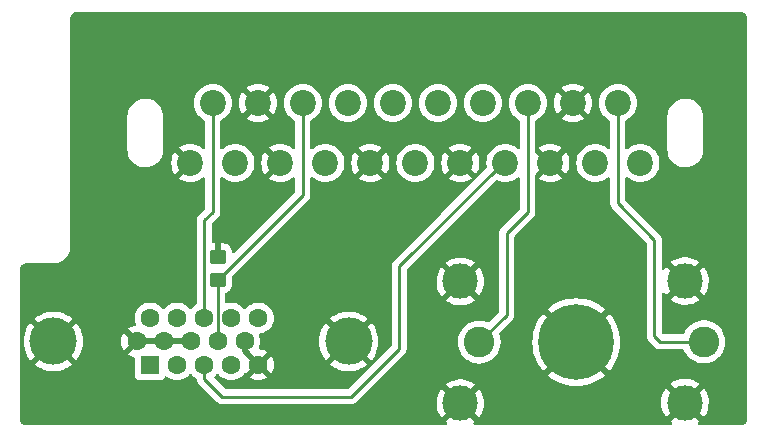
<source format=gbr>
%TF.GenerationSoftware,KiCad,Pcbnew,6.0.11-2627ca5db0~126~ubuntu22.04.1*%
%TF.CreationDate,2024-01-17T10:59:56+01:00*%
%TF.ProjectId,SCART-TO-HD15,53434152-542d-4544-9f2d-484431352e6b,rev?*%
%TF.SameCoordinates,Original*%
%TF.FileFunction,Copper,L1,Top*%
%TF.FilePolarity,Positive*%
%FSLAX46Y46*%
G04 Gerber Fmt 4.6, Leading zero omitted, Abs format (unit mm)*
G04 Created by KiCad (PCBNEW 6.0.11-2627ca5db0~126~ubuntu22.04.1) date 2024-01-17 10:59:56*
%MOMM*%
%LPD*%
G01*
G04 APERTURE LIST*
G04 Aperture macros list*
%AMRoundRect*
0 Rectangle with rounded corners*
0 $1 Rounding radius*
0 $2 $3 $4 $5 $6 $7 $8 $9 X,Y pos of 4 corners*
0 Add a 4 corners polygon primitive as box body*
4,1,4,$2,$3,$4,$5,$6,$7,$8,$9,$2,$3,0*
0 Add four circle primitives for the rounded corners*
1,1,$1+$1,$2,$3*
1,1,$1+$1,$4,$5*
1,1,$1+$1,$6,$7*
1,1,$1+$1,$8,$9*
0 Add four rect primitives between the rounded corners*
20,1,$1+$1,$2,$3,$4,$5,0*
20,1,$1+$1,$4,$5,$6,$7,0*
20,1,$1+$1,$6,$7,$8,$9,0*
20,1,$1+$1,$8,$9,$2,$3,0*%
G04 Aperture macros list end*
%TA.AperFunction,ComponentPad*%
%ADD10C,2.200000*%
%TD*%
%TA.AperFunction,ComponentPad*%
%ADD11C,2.600000*%
%TD*%
%TA.AperFunction,ComponentPad*%
%ADD12C,3.000000*%
%TD*%
%TA.AperFunction,ComponentPad*%
%ADD13C,6.400000*%
%TD*%
%TA.AperFunction,SMDPad,CuDef*%
%ADD14RoundRect,0.250000X0.450000X-0.350000X0.450000X0.350000X-0.450000X0.350000X-0.450000X-0.350000X0*%
%TD*%
%TA.AperFunction,ComponentPad*%
%ADD15C,4.000000*%
%TD*%
%TA.AperFunction,ComponentPad*%
%ADD16R,1.600000X1.600000*%
%TD*%
%TA.AperFunction,ComponentPad*%
%ADD17C,1.600000*%
%TD*%
%TA.AperFunction,Conductor*%
%ADD18C,0.250000*%
%TD*%
%TA.AperFunction,Conductor*%
%ADD19C,0.500000*%
%TD*%
G04 APERTURE END LIST*
D10*
%TO.P,J1,1,P1*%
%TO.N,unconnected-(J1-Pad1)*%
X156767107Y-86300000D03*
%TO.P,J1,2,P2*%
%TO.N,/AUDIO_R*%
X154852107Y-81220000D03*
%TO.P,J1,3,P3*%
%TO.N,unconnected-(J1-Pad3)*%
X152957107Y-86300000D03*
%TO.P,J1,4,P4*%
%TO.N,GND*%
X151042107Y-81220000D03*
%TO.P,J1,5,P5*%
X149147107Y-86300000D03*
%TO.P,J1,6,P6*%
%TO.N,/AUDIO_L*%
X147232107Y-81220000D03*
%TO.P,J1,7,P7*%
%TO.N,/BLUE*%
X145337107Y-86300000D03*
%TO.P,J1,8,P8*%
%TO.N,unconnected-(J1-Pad8)*%
X143422107Y-81220000D03*
%TO.P,J1,9,P9*%
%TO.N,GND*%
X141527107Y-86300000D03*
%TO.P,J1,10,P10*%
%TO.N,unconnected-(J1-Pad10)*%
X139612107Y-81220000D03*
%TO.P,J1,11,P11*%
%TO.N,/GREEN*%
X137717107Y-86300000D03*
%TO.P,J1,12,P12*%
%TO.N,unconnected-(J1-Pad12)*%
X135802107Y-81220000D03*
%TO.P,J1,13,P13*%
%TO.N,GND*%
X133907107Y-86300000D03*
%TO.P,J1,14,P14*%
%TO.N,unconnected-(J1-Pad14)*%
X131992107Y-81220000D03*
%TO.P,J1,15,P15*%
%TO.N,/RED*%
X130097107Y-86300000D03*
%TO.P,J1,16,P16*%
%TO.N,/BLANKING*%
X128182107Y-81220000D03*
%TO.P,J1,17,P17*%
%TO.N,GND*%
X126287107Y-86300000D03*
%TO.P,J1,18,P18*%
X124372107Y-81220000D03*
%TO.P,J1,19,P19*%
%TO.N,unconnected-(J1-Pad19)*%
X122477107Y-86300000D03*
%TO.P,J1,20,P20*%
%TO.N,/SYNC*%
X120562107Y-81220000D03*
%TO.P,J1,21,P21*%
%TO.N,GND*%
X118667107Y-86300000D03*
%TD*%
D11*
%TO.P,J2,1,In*%
%TO.N,/AUDIO_R*%
X162140000Y-101440000D03*
D12*
%TO.P,J2,2,Ext*%
%TO.N,GND*%
X160540000Y-106590000D03*
X160540000Y-96290000D03*
%TD*%
D11*
%TO.P,J3,1,In*%
%TO.N,/AUDIO_L*%
X143120000Y-101470000D03*
D12*
%TO.P,J3,2,Ext*%
%TO.N,GND*%
X141520000Y-106620000D03*
X141520000Y-96320000D03*
%TD*%
D13*
%TO.P,H1,1,1*%
%TO.N,GND*%
X151330000Y-101470000D03*
%TD*%
D14*
%TO.P,R1,1*%
%TO.N,/BLANKING*%
X120980000Y-96220000D03*
%TO.P,R1,2*%
%TO.N,GND*%
X120980000Y-94220000D03*
%TD*%
D15*
%TO.P,J10,0*%
%TO.N,GND*%
X132065000Y-101405331D03*
X107065000Y-101405331D03*
D16*
%TO.P,J10,1*%
%TO.N,/RED*%
X115250000Y-103385331D03*
D17*
%TO.P,J10,2*%
%TO.N,/GREEN*%
X117540000Y-103385331D03*
%TO.P,J10,3*%
%TO.N,/BLUE*%
X119830000Y-103385331D03*
%TO.P,J10,4*%
%TO.N,unconnected-(J10-Pad4)*%
X122120000Y-103385331D03*
%TO.P,J10,5*%
%TO.N,GND*%
X124410000Y-103385331D03*
%TO.P,J10,6*%
X114105000Y-101405331D03*
%TO.P,J10,7*%
X116395000Y-101405331D03*
%TO.P,J10,8*%
X118685000Y-101405331D03*
%TO.P,J10,9*%
%TO.N,/BLANKING*%
X120975000Y-101405331D03*
%TO.P,J10,10*%
%TO.N,GND*%
X123265000Y-101405331D03*
%TO.P,J10,11*%
%TO.N,unconnected-(J10-Pad11)*%
X115250000Y-99425331D03*
%TO.P,J10,12*%
%TO.N,unconnected-(J10-Pad12)*%
X117540000Y-99425331D03*
%TO.P,J10,13*%
%TO.N,/SYNC*%
X119830000Y-99425331D03*
%TO.P,J10,14*%
%TO.N,unconnected-(J10-Pad14)*%
X122120000Y-99425331D03*
%TO.P,J10,15*%
%TO.N,unconnected-(J10-Pad15)*%
X124410000Y-99425331D03*
%TD*%
D18*
%TO.N,/SYNC*%
X120562107Y-90425000D02*
X119830000Y-91157107D01*
X119830000Y-91157107D02*
X119830000Y-99425331D01*
X120562107Y-81220000D02*
X120562107Y-90425000D01*
D19*
%TO.N,GND*%
X123265000Y-102240331D02*
X124410000Y-103385331D01*
X123265000Y-101405331D02*
X123265000Y-102240331D01*
X114105000Y-101405331D02*
X116395000Y-101405331D01*
X116395000Y-101405331D02*
X118685000Y-101405331D01*
D18*
%TO.N,/BLANKING*%
X128182107Y-89017893D02*
X126405000Y-90795000D01*
X120980000Y-96220000D02*
X126405000Y-90795000D01*
X128182107Y-81220000D02*
X128182107Y-89017893D01*
X120975000Y-96225000D02*
X120980000Y-96220000D01*
X120975000Y-98785000D02*
X120975000Y-101405331D01*
X120975000Y-98785000D02*
X120975000Y-96225000D01*
%TO.N,/AUDIO_L*%
X145455000Y-99135000D02*
X143120000Y-101470000D01*
X147232107Y-90450786D02*
X145455000Y-92227893D01*
X145455000Y-92227893D02*
X145455000Y-99135000D01*
X147232107Y-81220000D02*
X147232107Y-90450786D01*
%TO.N,/AUDIO_R*%
X157940000Y-92810000D02*
X157940000Y-100940000D01*
X154852107Y-81220000D02*
X154852107Y-89722106D01*
X154852107Y-89722106D02*
X157940000Y-92810000D01*
X158440000Y-101440000D02*
X162140000Y-101440000D01*
X157940000Y-100940000D02*
X158440000Y-101440000D01*
%TO.N,/BLUE*%
X136330000Y-102030000D02*
X136330000Y-95060000D01*
X145337107Y-86300000D02*
X145090001Y-86300000D01*
X119830000Y-104550000D02*
X121370000Y-106090000D01*
X132270000Y-106090000D02*
X136330000Y-102030000D01*
X121370000Y-106090000D02*
X132270000Y-106090000D01*
X136330000Y-95060000D02*
X136448554Y-94941447D01*
X145090001Y-86300000D02*
X136448554Y-94941447D01*
X119830000Y-103385331D02*
X119830000Y-104550000D01*
%TD*%
%TA.AperFunction,Conductor*%
%TO.N,GND*%
G36*
X165262915Y-73510000D02*
G01*
X165277748Y-73512310D01*
X165277752Y-73512310D01*
X165286621Y-73513691D01*
X165295646Y-73512511D01*
X165326081Y-73512239D01*
X165380950Y-73518421D01*
X165388161Y-73519233D01*
X165415664Y-73525510D01*
X165492757Y-73552486D01*
X165518171Y-73564725D01*
X165587325Y-73608177D01*
X165609384Y-73625769D01*
X165667128Y-73683513D01*
X165684720Y-73705571D01*
X165728174Y-73774726D01*
X165740416Y-73800148D01*
X165767387Y-73877227D01*
X165773666Y-73904736D01*
X165779915Y-73960202D01*
X165779650Y-73975867D01*
X165780693Y-73975880D01*
X165780584Y-73984849D01*
X165779202Y-73993724D01*
X165782291Y-74017344D01*
X165783329Y-74025283D01*
X165784393Y-74041621D01*
X165784393Y-107950633D01*
X165782893Y-107970018D01*
X165780583Y-107984851D01*
X165780583Y-107984855D01*
X165779202Y-107993724D01*
X165780366Y-108002626D01*
X165780366Y-108002631D01*
X165780382Y-108002750D01*
X165780653Y-108033187D01*
X165773659Y-108095261D01*
X165767380Y-108122769D01*
X165740407Y-108199853D01*
X165728165Y-108225274D01*
X165684718Y-108294420D01*
X165667126Y-108316479D01*
X165609377Y-108374228D01*
X165587323Y-108391816D01*
X165518168Y-108435269D01*
X165492752Y-108447508D01*
X165415664Y-108474482D01*
X165388157Y-108480761D01*
X165371717Y-108482613D01*
X165332624Y-108487017D01*
X165316975Y-108487800D01*
X165308044Y-108487691D01*
X165299173Y-108486309D01*
X165290270Y-108487473D01*
X165290264Y-108487473D01*
X165267603Y-108490436D01*
X165251267Y-108491500D01*
X161731357Y-108491500D01*
X161663236Y-108471498D01*
X161616743Y-108417842D01*
X161606639Y-108347568D01*
X161636133Y-108282988D01*
X161664299Y-108259608D01*
X161664046Y-108259236D01*
X161674679Y-108252009D01*
X161754655Y-108189301D01*
X161763125Y-108177442D01*
X161756608Y-108165818D01*
X160552812Y-106962022D01*
X160538868Y-106954408D01*
X160537035Y-106954539D01*
X160530420Y-106958790D01*
X159322910Y-108166300D01*
X159315618Y-108179654D01*
X159322673Y-108189627D01*
X159353679Y-108215551D01*
X159360608Y-108220586D01*
X159421468Y-108258763D01*
X159468546Y-108311906D01*
X159479418Y-108382065D01*
X159450634Y-108446965D01*
X159391332Y-108486000D01*
X159354512Y-108491500D01*
X142752401Y-108491500D01*
X142684280Y-108471498D01*
X142637787Y-108417842D01*
X142627683Y-108347568D01*
X142657177Y-108282988D01*
X142674655Y-108266346D01*
X142734655Y-108219301D01*
X142743125Y-108207442D01*
X142736608Y-108195818D01*
X141532812Y-106992022D01*
X141518868Y-106984408D01*
X141517035Y-106984539D01*
X141510420Y-106988790D01*
X140302910Y-108196300D01*
X140295618Y-108209654D01*
X140302673Y-108219627D01*
X140333679Y-108245551D01*
X140340604Y-108250583D01*
X140353643Y-108258762D01*
X140400721Y-108311905D01*
X140411594Y-108382064D01*
X140382811Y-108446964D01*
X140323509Y-108486000D01*
X140286688Y-108491500D01*
X104756470Y-108491500D01*
X104737085Y-108490000D01*
X104722252Y-108487690D01*
X104722248Y-108487690D01*
X104713379Y-108486309D01*
X104704354Y-108487489D01*
X104673919Y-108487761D01*
X104619050Y-108481579D01*
X104611839Y-108480767D01*
X104584336Y-108474490D01*
X104507243Y-108447514D01*
X104481827Y-108435274D01*
X104467197Y-108426081D01*
X104412672Y-108391821D01*
X104390616Y-108374231D01*
X104332872Y-108316487D01*
X104315280Y-108294429D01*
X104292869Y-108258763D01*
X104271825Y-108225273D01*
X104259587Y-108199860D01*
X104232611Y-108122767D01*
X104226334Y-108095265D01*
X104220274Y-108041484D01*
X104219992Y-108016659D01*
X104220683Y-108012552D01*
X104220836Y-108000000D01*
X104216880Y-107972376D01*
X104215607Y-107954514D01*
X104215607Y-103351318D01*
X105483721Y-103351318D01*
X105492548Y-103362936D01*
X105715281Y-103524761D01*
X105721961Y-103529001D01*
X105991572Y-103677221D01*
X105998707Y-103680578D01*
X106284770Y-103793839D01*
X106292296Y-103796284D01*
X106590279Y-103872793D01*
X106598050Y-103874276D01*
X106903278Y-103912834D01*
X106911169Y-103913331D01*
X107218831Y-103913331D01*
X107226722Y-103912834D01*
X107531950Y-103874276D01*
X107539721Y-103872793D01*
X107837704Y-103796284D01*
X107845230Y-103793839D01*
X108131293Y-103680578D01*
X108138428Y-103677221D01*
X108408039Y-103529001D01*
X108414719Y-103524761D01*
X108637823Y-103362667D01*
X108646246Y-103351744D01*
X108639342Y-103338883D01*
X107077812Y-101777353D01*
X107063868Y-101769739D01*
X107062035Y-101769870D01*
X107055420Y-101774121D01*
X105490334Y-103339207D01*
X105483721Y-103351318D01*
X104215607Y-103351318D01*
X104215607Y-101409289D01*
X104552290Y-101409289D01*
X104571607Y-101716325D01*
X104572600Y-101724186D01*
X104630246Y-102026377D01*
X104632217Y-102034054D01*
X104727284Y-102326640D01*
X104730199Y-102334003D01*
X104861189Y-102612372D01*
X104865001Y-102619305D01*
X105029851Y-102879067D01*
X105034495Y-102885460D01*
X105109497Y-102976121D01*
X105122014Y-102984576D01*
X105132752Y-102978369D01*
X106692978Y-101418143D01*
X106699356Y-101406463D01*
X107429408Y-101406463D01*
X107429539Y-101408296D01*
X107433790Y-101414911D01*
X108996145Y-102977266D01*
X109009407Y-102984508D01*
X109019512Y-102977319D01*
X109095505Y-102885460D01*
X109100149Y-102879067D01*
X109264999Y-102619305D01*
X109268811Y-102612372D01*
X109325739Y-102491393D01*
X113383493Y-102491393D01*
X113392789Y-102503408D01*
X113443994Y-102539262D01*
X113453489Y-102544745D01*
X113650947Y-102636821D01*
X113661239Y-102640567D01*
X113848111Y-102690639D01*
X113908734Y-102727591D01*
X113939755Y-102791451D01*
X113941500Y-102812346D01*
X113941500Y-104233465D01*
X113948255Y-104295647D01*
X113999385Y-104432036D01*
X114086739Y-104548592D01*
X114203295Y-104635946D01*
X114339684Y-104687076D01*
X114401866Y-104693831D01*
X116098134Y-104693831D01*
X116160316Y-104687076D01*
X116296705Y-104635946D01*
X116413261Y-104548592D01*
X116480484Y-104458897D01*
X116495231Y-104439220D01*
X116495231Y-104439219D01*
X116500615Y-104432036D01*
X116503221Y-104425086D01*
X116552926Y-104375492D01*
X116622317Y-104360478D01*
X116693540Y-104389369D01*
X116695700Y-104391529D01*
X116700202Y-104394681D01*
X116700204Y-104394683D01*
X116753550Y-104432036D01*
X116883251Y-104522854D01*
X116888233Y-104525177D01*
X116888238Y-104525180D01*
X117074081Y-104611839D01*
X117090757Y-104619615D01*
X117096065Y-104621037D01*
X117096067Y-104621038D01*
X117306598Y-104677450D01*
X117306600Y-104677450D01*
X117311913Y-104678874D01*
X117540000Y-104698829D01*
X117768087Y-104678874D01*
X117773400Y-104677450D01*
X117773402Y-104677450D01*
X117983933Y-104621038D01*
X117983935Y-104621037D01*
X117989243Y-104619615D01*
X118005919Y-104611839D01*
X118191762Y-104525180D01*
X118191767Y-104525177D01*
X118196749Y-104522854D01*
X118326450Y-104432036D01*
X118379789Y-104394688D01*
X118379792Y-104394686D01*
X118384300Y-104391529D01*
X118546198Y-104229631D01*
X118581787Y-104178805D01*
X118637244Y-104134477D01*
X118707864Y-104127168D01*
X118771224Y-104159199D01*
X118788213Y-104178805D01*
X118823802Y-104229631D01*
X118985700Y-104391529D01*
X118990208Y-104394686D01*
X118990211Y-104394688D01*
X119143749Y-104502197D01*
X119188077Y-104557654D01*
X119195511Y-104589970D01*
X119196498Y-104589845D01*
X119197005Y-104593856D01*
X119197938Y-104605693D01*
X119199327Y-104649889D01*
X119204978Y-104669339D01*
X119208987Y-104688700D01*
X119211526Y-104708797D01*
X119214445Y-104716168D01*
X119214445Y-104716170D01*
X119227804Y-104749912D01*
X119231649Y-104761142D01*
X119243982Y-104803593D01*
X119248015Y-104810412D01*
X119248017Y-104810417D01*
X119254293Y-104821028D01*
X119262988Y-104838776D01*
X119270448Y-104857617D01*
X119275110Y-104864033D01*
X119275110Y-104864034D01*
X119296436Y-104893387D01*
X119302952Y-104903307D01*
X119325458Y-104941362D01*
X119339779Y-104955683D01*
X119352619Y-104970716D01*
X119364528Y-104987107D01*
X119382787Y-105002212D01*
X119398605Y-105015298D01*
X119407384Y-105023288D01*
X120866348Y-106482253D01*
X120873888Y-106490539D01*
X120878000Y-106497018D01*
X120883777Y-106502443D01*
X120927651Y-106543643D01*
X120930493Y-106546398D01*
X120950230Y-106566135D01*
X120953427Y-106568615D01*
X120962447Y-106576318D01*
X120994679Y-106606586D01*
X121001625Y-106610405D01*
X121001628Y-106610407D01*
X121012434Y-106616348D01*
X121028953Y-106627199D01*
X121044959Y-106639614D01*
X121052228Y-106642759D01*
X121052232Y-106642762D01*
X121085537Y-106657174D01*
X121096187Y-106662391D01*
X121134940Y-106683695D01*
X121142615Y-106685666D01*
X121142616Y-106685666D01*
X121154562Y-106688733D01*
X121173267Y-106695137D01*
X121191855Y-106703181D01*
X121199678Y-106704420D01*
X121199688Y-106704423D01*
X121235524Y-106710099D01*
X121247144Y-106712505D01*
X121278959Y-106720673D01*
X121289970Y-106723500D01*
X121310224Y-106723500D01*
X121329934Y-106725051D01*
X121349943Y-106728220D01*
X121357835Y-106727474D01*
X121376580Y-106725702D01*
X121393962Y-106724059D01*
X121405819Y-106723500D01*
X132191233Y-106723500D01*
X132202416Y-106724027D01*
X132209909Y-106725702D01*
X132217835Y-106725453D01*
X132217836Y-106725453D01*
X132277986Y-106723562D01*
X132281945Y-106723500D01*
X132309856Y-106723500D01*
X132313791Y-106723003D01*
X132313856Y-106722995D01*
X132325693Y-106722062D01*
X132357951Y-106721048D01*
X132361970Y-106720922D01*
X132369889Y-106720673D01*
X132389343Y-106715021D01*
X132408700Y-106711013D01*
X132420930Y-106709468D01*
X132420931Y-106709468D01*
X132428797Y-106708474D01*
X132436168Y-106705555D01*
X132436170Y-106705555D01*
X132469912Y-106692196D01*
X132481142Y-106688351D01*
X132515983Y-106678229D01*
X132515984Y-106678229D01*
X132523593Y-106676018D01*
X132530412Y-106671985D01*
X132530417Y-106671983D01*
X132541028Y-106665707D01*
X132558776Y-106657012D01*
X132577617Y-106649552D01*
X132613387Y-106623564D01*
X132623307Y-106617048D01*
X132646716Y-106603204D01*
X139507665Y-106603204D01*
X139522932Y-106867969D01*
X139524005Y-106876470D01*
X139575065Y-107136722D01*
X139577276Y-107144974D01*
X139663184Y-107395894D01*
X139666499Y-107403779D01*
X139785664Y-107640713D01*
X139790020Y-107648079D01*
X139919347Y-107836250D01*
X139929601Y-107844594D01*
X139943342Y-107837448D01*
X141147978Y-106632812D01*
X141154356Y-106621132D01*
X141884408Y-106621132D01*
X141884539Y-106622965D01*
X141888790Y-106629580D01*
X143095730Y-107836520D01*
X143107939Y-107843187D01*
X143119439Y-107834497D01*
X143216831Y-107701913D01*
X143221418Y-107694685D01*
X143347962Y-107461621D01*
X143351530Y-107453827D01*
X143445271Y-107205750D01*
X143447748Y-107197544D01*
X143506954Y-106939038D01*
X143508294Y-106930577D01*
X143532031Y-106664616D01*
X143532277Y-106659677D01*
X143532666Y-106622485D01*
X143532523Y-106617519D01*
X143529502Y-106573204D01*
X158527665Y-106573204D01*
X158542932Y-106837969D01*
X158544005Y-106846470D01*
X158595065Y-107106722D01*
X158597276Y-107114974D01*
X158683184Y-107365894D01*
X158686499Y-107373779D01*
X158805664Y-107610713D01*
X158810020Y-107618079D01*
X158939347Y-107806250D01*
X158949601Y-107814594D01*
X158963342Y-107807448D01*
X160167978Y-106602812D01*
X160174356Y-106591132D01*
X160904408Y-106591132D01*
X160904539Y-106592965D01*
X160908790Y-106599580D01*
X162115730Y-107806520D01*
X162127939Y-107813187D01*
X162139439Y-107804497D01*
X162236831Y-107671913D01*
X162241418Y-107664685D01*
X162367962Y-107431621D01*
X162371530Y-107423827D01*
X162465271Y-107175750D01*
X162467748Y-107167544D01*
X162526954Y-106909038D01*
X162528294Y-106900577D01*
X162552031Y-106634616D01*
X162552277Y-106629677D01*
X162552666Y-106592485D01*
X162552523Y-106587519D01*
X162534362Y-106321123D01*
X162533201Y-106312649D01*
X162479419Y-106052944D01*
X162477120Y-106044709D01*
X162388588Y-105794705D01*
X162385191Y-105786854D01*
X162263550Y-105551178D01*
X162259122Y-105543866D01*
X162140031Y-105374417D01*
X162129509Y-105366037D01*
X162116121Y-105373089D01*
X160912022Y-106577188D01*
X160904408Y-106591132D01*
X160174356Y-106591132D01*
X160175592Y-106588868D01*
X160175461Y-106587035D01*
X160171210Y-106580420D01*
X158963814Y-105373024D01*
X158951804Y-105366466D01*
X158940064Y-105375434D01*
X158831935Y-105525911D01*
X158827418Y-105533196D01*
X158703325Y-105767567D01*
X158699839Y-105775395D01*
X158608700Y-106024446D01*
X158606311Y-106032670D01*
X158549812Y-106291795D01*
X158548563Y-106300250D01*
X158527754Y-106564653D01*
X158527665Y-106573204D01*
X143529502Y-106573204D01*
X143514362Y-106351123D01*
X143513201Y-106342649D01*
X143459419Y-106082944D01*
X143457120Y-106074709D01*
X143368588Y-105824705D01*
X143365191Y-105816854D01*
X143243550Y-105581178D01*
X143239122Y-105573866D01*
X143120031Y-105404417D01*
X143109509Y-105396037D01*
X143096121Y-105403089D01*
X141892022Y-106607188D01*
X141884408Y-106621132D01*
X141154356Y-106621132D01*
X141155592Y-106618868D01*
X141155461Y-106617035D01*
X141151210Y-106610420D01*
X139943814Y-105403024D01*
X139931804Y-105396466D01*
X139920064Y-105405434D01*
X139811935Y-105555911D01*
X139807418Y-105563196D01*
X139683325Y-105797567D01*
X139679839Y-105805395D01*
X139588700Y-106054446D01*
X139586311Y-106062670D01*
X139529812Y-106321795D01*
X139528563Y-106330250D01*
X139507754Y-106594653D01*
X139507665Y-106603204D01*
X132646716Y-106603204D01*
X132654535Y-106598580D01*
X132654538Y-106598578D01*
X132661362Y-106594542D01*
X132675683Y-106580221D01*
X132690717Y-106567380D01*
X132692431Y-106566135D01*
X132707107Y-106555472D01*
X132735298Y-106521395D01*
X132743288Y-106512616D01*
X134223404Y-105032500D01*
X140296584Y-105032500D01*
X140302980Y-105043770D01*
X141507188Y-106247978D01*
X141521132Y-106255592D01*
X141522965Y-106255461D01*
X141529580Y-106251210D01*
X142736604Y-105044186D01*
X142743795Y-105031017D01*
X142736473Y-105020780D01*
X142689233Y-104982115D01*
X142682261Y-104977160D01*
X142456122Y-104838582D01*
X142448552Y-104834624D01*
X142205704Y-104728022D01*
X142197644Y-104725120D01*
X141942592Y-104652467D01*
X141934214Y-104650685D01*
X141671656Y-104613318D01*
X141663111Y-104612691D01*
X141397908Y-104611302D01*
X141389374Y-104611839D01*
X141126433Y-104646456D01*
X141118035Y-104648149D01*
X140862238Y-104718127D01*
X140854143Y-104720946D01*
X140610199Y-104824997D01*
X140602577Y-104828881D01*
X140375013Y-104965075D01*
X140367981Y-104969962D01*
X140305053Y-105020377D01*
X140296584Y-105032500D01*
X134223404Y-105032500D01*
X134988518Y-104267386D01*
X148897759Y-104267386D01*
X148905216Y-104277753D01*
X149144935Y-104471874D01*
X149150272Y-104475751D01*
X149470685Y-104683830D01*
X149476394Y-104687127D01*
X149816811Y-104860578D01*
X149822836Y-104863260D01*
X150179502Y-105000171D01*
X150185784Y-105002212D01*
X150554816Y-105101094D01*
X150561266Y-105102465D01*
X150938629Y-105162234D01*
X150945167Y-105162920D01*
X151326699Y-105182916D01*
X151333301Y-105182916D01*
X151714833Y-105162920D01*
X151721371Y-105162234D01*
X152098734Y-105102465D01*
X152105184Y-105101094D01*
X152473141Y-105002500D01*
X159316584Y-105002500D01*
X159322980Y-105013770D01*
X160527188Y-106217978D01*
X160541132Y-106225592D01*
X160542965Y-106225461D01*
X160549580Y-106221210D01*
X161756604Y-105014186D01*
X161763795Y-105001017D01*
X161756473Y-104990780D01*
X161709233Y-104952115D01*
X161702261Y-104947160D01*
X161476122Y-104808582D01*
X161468552Y-104804624D01*
X161225704Y-104698022D01*
X161217644Y-104695120D01*
X160962592Y-104622467D01*
X160954214Y-104620685D01*
X160691656Y-104583318D01*
X160683111Y-104582691D01*
X160417908Y-104581302D01*
X160409374Y-104581839D01*
X160146433Y-104616456D01*
X160138035Y-104618149D01*
X159882238Y-104688127D01*
X159874143Y-104690946D01*
X159630199Y-104794997D01*
X159622577Y-104798881D01*
X159395013Y-104935075D01*
X159387981Y-104939962D01*
X159325053Y-104990377D01*
X159316584Y-105002500D01*
X152473141Y-105002500D01*
X152474216Y-105002212D01*
X152480498Y-105000171D01*
X152837164Y-104863260D01*
X152843189Y-104860578D01*
X153183606Y-104687127D01*
X153189315Y-104683830D01*
X153509728Y-104475751D01*
X153515065Y-104471874D01*
X153753835Y-104278522D01*
X153762300Y-104266267D01*
X153755966Y-104255176D01*
X151342812Y-101842022D01*
X151328868Y-101834408D01*
X151327035Y-101834539D01*
X151320420Y-101838790D01*
X148904900Y-104254310D01*
X148897759Y-104267386D01*
X134988518Y-104267386D01*
X136722253Y-102533652D01*
X136730539Y-102526112D01*
X136737018Y-102522000D01*
X136783644Y-102472348D01*
X136786398Y-102469507D01*
X136806135Y-102449770D01*
X136808615Y-102446573D01*
X136816320Y-102437551D01*
X136841159Y-102411100D01*
X136846586Y-102405321D01*
X136850405Y-102398375D01*
X136850407Y-102398372D01*
X136856348Y-102387566D01*
X136867199Y-102371047D01*
X136874758Y-102361301D01*
X136879614Y-102355041D01*
X136882759Y-102347772D01*
X136882762Y-102347768D01*
X136897174Y-102314463D01*
X136902391Y-102303813D01*
X136923695Y-102265060D01*
X136928733Y-102245437D01*
X136935137Y-102226734D01*
X136940033Y-102215420D01*
X136940033Y-102215419D01*
X136943181Y-102208145D01*
X136944420Y-102200322D01*
X136944423Y-102200312D01*
X136950099Y-102164476D01*
X136952505Y-102152856D01*
X136961528Y-102117711D01*
X136961528Y-102117710D01*
X136963500Y-102110030D01*
X136963500Y-102089776D01*
X136965051Y-102070065D01*
X136965642Y-102066337D01*
X136968220Y-102050057D01*
X136964059Y-102006038D01*
X136963500Y-101994181D01*
X136963500Y-97909654D01*
X140295618Y-97909654D01*
X140302673Y-97919627D01*
X140333679Y-97945551D01*
X140340598Y-97950579D01*
X140565272Y-98091515D01*
X140572807Y-98095556D01*
X140814520Y-98204694D01*
X140822551Y-98207680D01*
X141076832Y-98283002D01*
X141085184Y-98284869D01*
X141347340Y-98324984D01*
X141355874Y-98325700D01*
X141621045Y-98329867D01*
X141629596Y-98329418D01*
X141892883Y-98297557D01*
X141901284Y-98295955D01*
X142157824Y-98228653D01*
X142165926Y-98225926D01*
X142410949Y-98124434D01*
X142418617Y-98120628D01*
X142647598Y-97986822D01*
X142654679Y-97982009D01*
X142734655Y-97919301D01*
X142743125Y-97907442D01*
X142736608Y-97895818D01*
X141532812Y-96692022D01*
X141518868Y-96684408D01*
X141517035Y-96684539D01*
X141510420Y-96688790D01*
X140302910Y-97896300D01*
X140295618Y-97909654D01*
X136963500Y-97909654D01*
X136963500Y-96303204D01*
X139507665Y-96303204D01*
X139522932Y-96567969D01*
X139524005Y-96576470D01*
X139575065Y-96836722D01*
X139577276Y-96844974D01*
X139663184Y-97095894D01*
X139666499Y-97103779D01*
X139785664Y-97340713D01*
X139790020Y-97348079D01*
X139919347Y-97536250D01*
X139929601Y-97544594D01*
X139943342Y-97537448D01*
X141147978Y-96332812D01*
X141154356Y-96321132D01*
X141884408Y-96321132D01*
X141884539Y-96322965D01*
X141888790Y-96329580D01*
X143095730Y-97536520D01*
X143107939Y-97543187D01*
X143119439Y-97534497D01*
X143216831Y-97401913D01*
X143221418Y-97394685D01*
X143347962Y-97161621D01*
X143351530Y-97153827D01*
X143445271Y-96905750D01*
X143447748Y-96897544D01*
X143506954Y-96639038D01*
X143508294Y-96630577D01*
X143532031Y-96364616D01*
X143532277Y-96359677D01*
X143532666Y-96322485D01*
X143532523Y-96317519D01*
X143514362Y-96051123D01*
X143513201Y-96042649D01*
X143459419Y-95782944D01*
X143457120Y-95774709D01*
X143368588Y-95524705D01*
X143365191Y-95516854D01*
X143243550Y-95281178D01*
X143239122Y-95273866D01*
X143120031Y-95104417D01*
X143109509Y-95096037D01*
X143096121Y-95103089D01*
X141892022Y-96307188D01*
X141884408Y-96321132D01*
X141154356Y-96321132D01*
X141155592Y-96318868D01*
X141155461Y-96317035D01*
X141151210Y-96310420D01*
X139943814Y-95103024D01*
X139931804Y-95096466D01*
X139920064Y-95105434D01*
X139811935Y-95255911D01*
X139807418Y-95263196D01*
X139683325Y-95497567D01*
X139679839Y-95505395D01*
X139588700Y-95754446D01*
X139586311Y-95762670D01*
X139529812Y-96021795D01*
X139528563Y-96030250D01*
X139507754Y-96294653D01*
X139507665Y-96303204D01*
X136963500Y-96303204D01*
X136963500Y-95374595D01*
X136983502Y-95306474D01*
X137000405Y-95285500D01*
X137553405Y-94732500D01*
X140296584Y-94732500D01*
X140302980Y-94743770D01*
X141507188Y-95947978D01*
X141521132Y-95955592D01*
X141522965Y-95955461D01*
X141529580Y-95951210D01*
X142736604Y-94744186D01*
X142743795Y-94731017D01*
X142736473Y-94720780D01*
X142689233Y-94682115D01*
X142682261Y-94677160D01*
X142456122Y-94538582D01*
X142448552Y-94534624D01*
X142205704Y-94428022D01*
X142197644Y-94425120D01*
X141942592Y-94352467D01*
X141934214Y-94350685D01*
X141671656Y-94313318D01*
X141663111Y-94312691D01*
X141397908Y-94311302D01*
X141389374Y-94311839D01*
X141126433Y-94346456D01*
X141118035Y-94348149D01*
X140862238Y-94418127D01*
X140854143Y-94420946D01*
X140610199Y-94524997D01*
X140602577Y-94528881D01*
X140375013Y-94665075D01*
X140367981Y-94669962D01*
X140305053Y-94720377D01*
X140296584Y-94732500D01*
X137553405Y-94732500D01*
X144505252Y-87780653D01*
X144567564Y-87746627D01*
X144642563Y-87753339D01*
X144708506Y-87780653D01*
X144832792Y-87832134D01*
X144838516Y-87834505D01*
X144923139Y-87854821D01*
X145079891Y-87892454D01*
X145079897Y-87892455D01*
X145084704Y-87893609D01*
X145337107Y-87913474D01*
X145589510Y-87893609D01*
X145594317Y-87892455D01*
X145594323Y-87892454D01*
X145751075Y-87854821D01*
X145835698Y-87834505D01*
X145840271Y-87832611D01*
X146065035Y-87739511D01*
X146065039Y-87739509D01*
X146069609Y-87737616D01*
X146285483Y-87605328D01*
X146390776Y-87515399D01*
X146455566Y-87486368D01*
X146525766Y-87496973D01*
X146579089Y-87543848D01*
X146598607Y-87611210D01*
X146598607Y-90136192D01*
X146578605Y-90204313D01*
X146561702Y-90225287D01*
X145808026Y-90978962D01*
X145062747Y-91724241D01*
X145054461Y-91731781D01*
X145047982Y-91735893D01*
X145042557Y-91741670D01*
X145001357Y-91785544D01*
X144998602Y-91788386D01*
X144978865Y-91808123D01*
X144976385Y-91811320D01*
X144968682Y-91820340D01*
X144938414Y-91852572D01*
X144934595Y-91859518D01*
X144934593Y-91859521D01*
X144928652Y-91870327D01*
X144917801Y-91886846D01*
X144905386Y-91902852D01*
X144902241Y-91910121D01*
X144902238Y-91910125D01*
X144887826Y-91943430D01*
X144882609Y-91954080D01*
X144861305Y-91992833D01*
X144859334Y-92000508D01*
X144859334Y-92000509D01*
X144856267Y-92012455D01*
X144849863Y-92031159D01*
X144841819Y-92049748D01*
X144840580Y-92057571D01*
X144840577Y-92057581D01*
X144834901Y-92093417D01*
X144832495Y-92105037D01*
X144821500Y-92147863D01*
X144821500Y-92168117D01*
X144819949Y-92187827D01*
X144816780Y-92207836D01*
X144817526Y-92215728D01*
X144820941Y-92251854D01*
X144821500Y-92263712D01*
X144821500Y-98820405D01*
X144801498Y-98888526D01*
X144784595Y-98909501D01*
X143933744Y-99760351D01*
X143871432Y-99794376D01*
X143799450Y-99788253D01*
X143799376Y-99788486D01*
X143543370Y-99706538D01*
X143538763Y-99705788D01*
X143538760Y-99705787D01*
X143282674Y-99664081D01*
X143282675Y-99664081D01*
X143278063Y-99663330D01*
X143147719Y-99661624D01*
X143013961Y-99659873D01*
X143013958Y-99659873D01*
X143009284Y-99659812D01*
X142742937Y-99696060D01*
X142484874Y-99771278D01*
X142240763Y-99883815D01*
X142236854Y-99886378D01*
X142019881Y-100028631D01*
X142019876Y-100028635D01*
X142015968Y-100031197D01*
X142012476Y-100034314D01*
X141828757Y-100198290D01*
X141815426Y-100210188D01*
X141643544Y-100416854D01*
X141641121Y-100420847D01*
X141522301Y-100616656D01*
X141504096Y-100646656D01*
X141502287Y-100650970D01*
X141502285Y-100650974D01*
X141446372Y-100784312D01*
X141400148Y-100894545D01*
X141333981Y-101155077D01*
X141307050Y-101422526D01*
X141307274Y-101427192D01*
X141307274Y-101427197D01*
X141312599Y-101538045D01*
X141319947Y-101691019D01*
X141372388Y-101954656D01*
X141463220Y-102207646D01*
X141465432Y-102211762D01*
X141465433Y-102211765D01*
X141533956Y-102339291D01*
X141590450Y-102444431D01*
X141593241Y-102448168D01*
X141593245Y-102448175D01*
X141665358Y-102544745D01*
X141751281Y-102659810D01*
X141754590Y-102663090D01*
X141754595Y-102663096D01*
X141884076Y-102791451D01*
X141942180Y-102849050D01*
X141945942Y-102851808D01*
X141945945Y-102851811D01*
X142125123Y-102983189D01*
X142158954Y-103007995D01*
X142163089Y-103010171D01*
X142163093Y-103010173D01*
X142392698Y-103130975D01*
X142396840Y-103133154D01*
X142650613Y-103221775D01*
X142655206Y-103222647D01*
X142910109Y-103271042D01*
X142910112Y-103271042D01*
X142914698Y-103271913D01*
X143042370Y-103276929D01*
X143178625Y-103282283D01*
X143178630Y-103282283D01*
X143183293Y-103282466D01*
X143287607Y-103271042D01*
X143445844Y-103253713D01*
X143445850Y-103253712D01*
X143450497Y-103253203D01*
X143493379Y-103241913D01*
X143705918Y-103185956D01*
X143705920Y-103185955D01*
X143710441Y-103184765D01*
X143784565Y-103152919D01*
X143953120Y-103080502D01*
X143953122Y-103080501D01*
X143957414Y-103078657D01*
X144076071Y-103005230D01*
X144182017Y-102939669D01*
X144182021Y-102939666D01*
X144185990Y-102937210D01*
X144391149Y-102763530D01*
X144568382Y-102561434D01*
X144590206Y-102527506D01*
X144701138Y-102355041D01*
X144713797Y-102335361D01*
X144824199Y-102090278D01*
X144827991Y-102076831D01*
X144895893Y-101836072D01*
X144895894Y-101836069D01*
X144897163Y-101831568D01*
X144915043Y-101691019D01*
X144930688Y-101568045D01*
X144930688Y-101568041D01*
X144931086Y-101564915D01*
X144931790Y-101538045D01*
X144932931Y-101494426D01*
X144933485Y-101473298D01*
X147617084Y-101473298D01*
X147637080Y-101854833D01*
X147637766Y-101861371D01*
X147697535Y-102238734D01*
X147698906Y-102245184D01*
X147797788Y-102614216D01*
X147799829Y-102620498D01*
X147936740Y-102977164D01*
X147939422Y-102983189D01*
X148112872Y-103323603D01*
X148116169Y-103329313D01*
X148324253Y-103649735D01*
X148328123Y-103655061D01*
X148521478Y-103893835D01*
X148533733Y-103902300D01*
X148544824Y-103895966D01*
X150957978Y-101482812D01*
X150964356Y-101471132D01*
X151694408Y-101471132D01*
X151694539Y-101472965D01*
X151698790Y-101479580D01*
X154114310Y-103895100D01*
X154127386Y-103902241D01*
X154137753Y-103894784D01*
X154331877Y-103655061D01*
X154335747Y-103649735D01*
X154543831Y-103329313D01*
X154547128Y-103323603D01*
X154720578Y-102983189D01*
X154723260Y-102977164D01*
X154860171Y-102620498D01*
X154862212Y-102614216D01*
X154961094Y-102245184D01*
X154962465Y-102238734D01*
X155022234Y-101861371D01*
X155022920Y-101854833D01*
X155042916Y-101473298D01*
X155042916Y-101466699D01*
X155022920Y-101085167D01*
X155022234Y-101078629D01*
X154962465Y-100701266D01*
X154961094Y-100694816D01*
X154862212Y-100325784D01*
X154860171Y-100319502D01*
X154723260Y-99962836D01*
X154720578Y-99956811D01*
X154547128Y-99616397D01*
X154543831Y-99610687D01*
X154335747Y-99290265D01*
X154331877Y-99284939D01*
X154138522Y-99046165D01*
X154126267Y-99037700D01*
X154115176Y-99044034D01*
X151702022Y-101457188D01*
X151694408Y-101471132D01*
X150964356Y-101471132D01*
X150965592Y-101468868D01*
X150965461Y-101467035D01*
X150961210Y-101460420D01*
X148545690Y-99044900D01*
X148532614Y-99037759D01*
X148522247Y-99045216D01*
X148328123Y-99284939D01*
X148324253Y-99290265D01*
X148116169Y-99610687D01*
X148112872Y-99616397D01*
X147939422Y-99956811D01*
X147936740Y-99962836D01*
X147799829Y-100319502D01*
X147797788Y-100325784D01*
X147698906Y-100694816D01*
X147697535Y-100701266D01*
X147637766Y-101078629D01*
X147637080Y-101085167D01*
X147617084Y-101466699D01*
X147617084Y-101473298D01*
X144933485Y-101473298D01*
X144933571Y-101470000D01*
X144929043Y-101409076D01*
X144913996Y-101206592D01*
X144913996Y-101206591D01*
X144913650Y-101201937D01*
X144907915Y-101176592D01*
X144855361Y-100944331D01*
X144855360Y-100944326D01*
X144854327Y-100939763D01*
X144840965Y-100905402D01*
X144797835Y-100794493D01*
X144791788Y-100723755D01*
X144826173Y-100659731D01*
X145847247Y-99638657D01*
X145855537Y-99631113D01*
X145862018Y-99627000D01*
X145908659Y-99577332D01*
X145911413Y-99574491D01*
X145931135Y-99554769D01*
X145933612Y-99551576D01*
X145941317Y-99542555D01*
X145966159Y-99516100D01*
X145971586Y-99510321D01*
X145975407Y-99503371D01*
X145981346Y-99492568D01*
X145992202Y-99476041D01*
X145999757Y-99466302D01*
X145999758Y-99466300D01*
X146004614Y-99460040D01*
X146022174Y-99419460D01*
X146027391Y-99408812D01*
X146044875Y-99377009D01*
X146044876Y-99377007D01*
X146048695Y-99370060D01*
X146053733Y-99350437D01*
X146060137Y-99331734D01*
X146065033Y-99320420D01*
X146065033Y-99320419D01*
X146068181Y-99313145D01*
X146069420Y-99305322D01*
X146069423Y-99305312D01*
X146075099Y-99269476D01*
X146077505Y-99257856D01*
X146086528Y-99222711D01*
X146086528Y-99222710D01*
X146088500Y-99215030D01*
X146088500Y-99194776D01*
X146090051Y-99175065D01*
X146091980Y-99162886D01*
X146093220Y-99155057D01*
X146089059Y-99111038D01*
X146088500Y-99099181D01*
X146088500Y-98673733D01*
X148897700Y-98673733D01*
X148904034Y-98684824D01*
X151317188Y-101097978D01*
X151331132Y-101105592D01*
X151332965Y-101105461D01*
X151339580Y-101101210D01*
X153755100Y-98685690D01*
X153762241Y-98672614D01*
X153754784Y-98662247D01*
X153515065Y-98468126D01*
X153509728Y-98464249D01*
X153189315Y-98256170D01*
X153183606Y-98252873D01*
X152843189Y-98079422D01*
X152837164Y-98076740D01*
X152480498Y-97939829D01*
X152474216Y-97937788D01*
X152105184Y-97838906D01*
X152098734Y-97837535D01*
X151721371Y-97777766D01*
X151714833Y-97777080D01*
X151333301Y-97757084D01*
X151326699Y-97757084D01*
X150945167Y-97777080D01*
X150938629Y-97777766D01*
X150561266Y-97837535D01*
X150554816Y-97838906D01*
X150185784Y-97937788D01*
X150179502Y-97939829D01*
X149822836Y-98076740D01*
X149816811Y-98079422D01*
X149476397Y-98252872D01*
X149470687Y-98256169D01*
X149150265Y-98464253D01*
X149144939Y-98468123D01*
X148906165Y-98661478D01*
X148897700Y-98673733D01*
X146088500Y-98673733D01*
X146088500Y-92542487D01*
X146108502Y-92474366D01*
X146125405Y-92453392D01*
X147624360Y-90954438D01*
X147632646Y-90946898D01*
X147639125Y-90942786D01*
X147663340Y-90917000D01*
X147685750Y-90893135D01*
X147688505Y-90890293D01*
X147708242Y-90870556D01*
X147710722Y-90867359D01*
X147718427Y-90858337D01*
X147731168Y-90844769D01*
X147748693Y-90826107D01*
X147752512Y-90819161D01*
X147752514Y-90819158D01*
X147758455Y-90808352D01*
X147769306Y-90791833D01*
X147776865Y-90782087D01*
X147781721Y-90775827D01*
X147784866Y-90768558D01*
X147784869Y-90768554D01*
X147799281Y-90735249D01*
X147804498Y-90724599D01*
X147825802Y-90685846D01*
X147830840Y-90666223D01*
X147837244Y-90647520D01*
X147842140Y-90636206D01*
X147842140Y-90636205D01*
X147845288Y-90628931D01*
X147846527Y-90621108D01*
X147846530Y-90621098D01*
X147852206Y-90585262D01*
X147854612Y-90573642D01*
X147863635Y-90538497D01*
X147863635Y-90538496D01*
X147865607Y-90530816D01*
X147865607Y-90510562D01*
X147867158Y-90490851D01*
X147869087Y-90478672D01*
X147870327Y-90470843D01*
X147866166Y-90426824D01*
X147865607Y-90414967D01*
X147865607Y-87605390D01*
X148206547Y-87605390D01*
X148212274Y-87613040D01*
X148410613Y-87734583D01*
X148419407Y-87739064D01*
X148644098Y-87832134D01*
X148653483Y-87835183D01*
X148889970Y-87891959D01*
X148899717Y-87893502D01*
X149142177Y-87912584D01*
X149152037Y-87912584D01*
X149394497Y-87893502D01*
X149404244Y-87891959D01*
X149640731Y-87835183D01*
X149650116Y-87832134D01*
X149874807Y-87739064D01*
X149883601Y-87734583D01*
X150078274Y-87615287D01*
X150087734Y-87604830D01*
X150083951Y-87596054D01*
X149159919Y-86672022D01*
X149145975Y-86664408D01*
X149144142Y-86664539D01*
X149137527Y-86668790D01*
X148213307Y-87593010D01*
X148206547Y-87605390D01*
X147865607Y-87605390D01*
X147865607Y-87274480D01*
X147885609Y-87206359D01*
X147902512Y-87185385D01*
X148775085Y-86312812D01*
X148781463Y-86301132D01*
X149511515Y-86301132D01*
X149511646Y-86302965D01*
X149515897Y-86309580D01*
X150440117Y-87233800D01*
X150452497Y-87240560D01*
X150460147Y-87234833D01*
X150581690Y-87036494D01*
X150586171Y-87027700D01*
X150679241Y-86803009D01*
X150682290Y-86793624D01*
X150739066Y-86557137D01*
X150740609Y-86547390D01*
X150759691Y-86304930D01*
X150759691Y-86300000D01*
X151343633Y-86300000D01*
X151363498Y-86552403D01*
X151364652Y-86557210D01*
X151364653Y-86557216D01*
X151378014Y-86612868D01*
X151422602Y-86798591D01*
X151519491Y-87032502D01*
X151651779Y-87248376D01*
X151816209Y-87440898D01*
X152008731Y-87605328D01*
X152224605Y-87737616D01*
X152229175Y-87739509D01*
X152229179Y-87739511D01*
X152453943Y-87832611D01*
X152458516Y-87834505D01*
X152543139Y-87854821D01*
X152699891Y-87892454D01*
X152699897Y-87892455D01*
X152704704Y-87893609D01*
X152957107Y-87913474D01*
X153209510Y-87893609D01*
X153214317Y-87892455D01*
X153214323Y-87892454D01*
X153371075Y-87854821D01*
X153455698Y-87834505D01*
X153460271Y-87832611D01*
X153685035Y-87739511D01*
X153685039Y-87739509D01*
X153689609Y-87737616D01*
X153905483Y-87605328D01*
X154010776Y-87515399D01*
X154075566Y-87486368D01*
X154145766Y-87496973D01*
X154199089Y-87543848D01*
X154218607Y-87611210D01*
X154218607Y-89643339D01*
X154218080Y-89654522D01*
X154216405Y-89662015D01*
X154216654Y-89669941D01*
X154216654Y-89669942D01*
X154218545Y-89730105D01*
X154218607Y-89734063D01*
X154218607Y-89761962D01*
X154219104Y-89765895D01*
X154219111Y-89765952D01*
X154220043Y-89777786D01*
X154221433Y-89821995D01*
X154223645Y-89829609D01*
X154223646Y-89829614D01*
X154227084Y-89841447D01*
X154231095Y-89860810D01*
X154233633Y-89880903D01*
X154236550Y-89888270D01*
X154236551Y-89888275D01*
X154249909Y-89922014D01*
X154253753Y-89933241D01*
X154266089Y-89975699D01*
X154270126Y-89982525D01*
X154276400Y-89993134D01*
X154285095Y-90010882D01*
X154292555Y-90029723D01*
X154297217Y-90036139D01*
X154297217Y-90036140D01*
X154318543Y-90065493D01*
X154325059Y-90075413D01*
X154347565Y-90113468D01*
X154361886Y-90127789D01*
X154374726Y-90142822D01*
X154386635Y-90159213D01*
X154420712Y-90187404D01*
X154429491Y-90195394D01*
X157269595Y-93035500D01*
X157303621Y-93097812D01*
X157306500Y-93124595D01*
X157306500Y-100861233D01*
X157305973Y-100872416D01*
X157304298Y-100879909D01*
X157304547Y-100887835D01*
X157304547Y-100887836D01*
X157306438Y-100947986D01*
X157306500Y-100951945D01*
X157306500Y-100979856D01*
X157306997Y-100983790D01*
X157306997Y-100983791D01*
X157307005Y-100983856D01*
X157307938Y-100995693D01*
X157309327Y-101039889D01*
X157314978Y-101059339D01*
X157318987Y-101078700D01*
X157321526Y-101098797D01*
X157324445Y-101106168D01*
X157324445Y-101106170D01*
X157337804Y-101139912D01*
X157341649Y-101151142D01*
X157347714Y-101172019D01*
X157353982Y-101193593D01*
X157358015Y-101200412D01*
X157358017Y-101200417D01*
X157364293Y-101211028D01*
X157372988Y-101228776D01*
X157380448Y-101247617D01*
X157385110Y-101254033D01*
X157385110Y-101254034D01*
X157406436Y-101283387D01*
X157412952Y-101293307D01*
X157435458Y-101331362D01*
X157449779Y-101345683D01*
X157462619Y-101360716D01*
X157474528Y-101377107D01*
X157493158Y-101392519D01*
X157508593Y-101405288D01*
X157517374Y-101413278D01*
X157936353Y-101832258D01*
X157943887Y-101840537D01*
X157948000Y-101847018D01*
X157961169Y-101859384D01*
X157997651Y-101893643D01*
X158000493Y-101896398D01*
X158020230Y-101916135D01*
X158023427Y-101918615D01*
X158032447Y-101926318D01*
X158064679Y-101956586D01*
X158071625Y-101960405D01*
X158071628Y-101960407D01*
X158082434Y-101966348D01*
X158098953Y-101977199D01*
X158114959Y-101989614D01*
X158122228Y-101992759D01*
X158122232Y-101992762D01*
X158155537Y-102007174D01*
X158166187Y-102012391D01*
X158204940Y-102033695D01*
X158212615Y-102035666D01*
X158212616Y-102035666D01*
X158224562Y-102038733D01*
X158243267Y-102045137D01*
X158261855Y-102053181D01*
X158269678Y-102054420D01*
X158269688Y-102054423D01*
X158305524Y-102060099D01*
X158317144Y-102062505D01*
X158346591Y-102070065D01*
X158359970Y-102073500D01*
X158380224Y-102073500D01*
X158399934Y-102075051D01*
X158419943Y-102078220D01*
X158427835Y-102077474D01*
X158463961Y-102074059D01*
X158475819Y-102073500D01*
X160357192Y-102073500D01*
X160425313Y-102093502D01*
X160471806Y-102147158D01*
X160475773Y-102156905D01*
X160483220Y-102177646D01*
X160485432Y-102181762D01*
X160485433Y-102181765D01*
X160551844Y-102305361D01*
X160610450Y-102414431D01*
X160613241Y-102418168D01*
X160613245Y-102418175D01*
X160707760Y-102544745D01*
X160771281Y-102629810D01*
X160774590Y-102633090D01*
X160774595Y-102633096D01*
X160934339Y-102791451D01*
X160962180Y-102819050D01*
X160965942Y-102821808D01*
X160965945Y-102821811D01*
X161006860Y-102851811D01*
X161178954Y-102977995D01*
X161183089Y-102980171D01*
X161183093Y-102980173D01*
X161370279Y-103078657D01*
X161416840Y-103103154D01*
X161670613Y-103191775D01*
X161675206Y-103192647D01*
X161930109Y-103241042D01*
X161930112Y-103241042D01*
X161934698Y-103241913D01*
X162062370Y-103246929D01*
X162198625Y-103252283D01*
X162198630Y-103252283D01*
X162203293Y-103252466D01*
X162307607Y-103241042D01*
X162465844Y-103223713D01*
X162465850Y-103223712D01*
X162470497Y-103223203D01*
X162481778Y-103220233D01*
X162725918Y-103155956D01*
X162725920Y-103155955D01*
X162730441Y-103154765D01*
X162734738Y-103152919D01*
X162973120Y-103050502D01*
X162973122Y-103050501D01*
X162977414Y-103048657D01*
X163092781Y-102977266D01*
X163202017Y-102909669D01*
X163202021Y-102909666D01*
X163205990Y-102907210D01*
X163411149Y-102733530D01*
X163588382Y-102531434D01*
X163590973Y-102527407D01*
X163727942Y-102314463D01*
X163733797Y-102305361D01*
X163844199Y-102060278D01*
X163874974Y-101951159D01*
X163915893Y-101806072D01*
X163915894Y-101806069D01*
X163917163Y-101801568D01*
X163946871Y-101568045D01*
X163950688Y-101538045D01*
X163950688Y-101538041D01*
X163951086Y-101534915D01*
X163953571Y-101440000D01*
X163948897Y-101377107D01*
X163933996Y-101176592D01*
X163933996Y-101176591D01*
X163933650Y-101171937D01*
X163928808Y-101150538D01*
X163875361Y-100914331D01*
X163875360Y-100914326D01*
X163874327Y-100909763D01*
X163776902Y-100659238D01*
X163643518Y-100425864D01*
X163477105Y-100214769D01*
X163281317Y-100030591D01*
X163124751Y-99921976D01*
X163064299Y-99880039D01*
X163064296Y-99880037D01*
X163060457Y-99877374D01*
X163056264Y-99875306D01*
X162823564Y-99760551D01*
X162823561Y-99760550D01*
X162819376Y-99758486D01*
X162771745Y-99743239D01*
X162628443Y-99697368D01*
X162563370Y-99676538D01*
X162558763Y-99675788D01*
X162558760Y-99675787D01*
X162302674Y-99634081D01*
X162302675Y-99634081D01*
X162298063Y-99633330D01*
X162167719Y-99631624D01*
X162033961Y-99629873D01*
X162033958Y-99629873D01*
X162029284Y-99629812D01*
X161762937Y-99666060D01*
X161504874Y-99741278D01*
X161500621Y-99743238D01*
X161500620Y-99743239D01*
X161463068Y-99760551D01*
X161260763Y-99853815D01*
X161256854Y-99856378D01*
X161039881Y-99998631D01*
X161039876Y-99998635D01*
X161035968Y-100001197D01*
X160835426Y-100180188D01*
X160663544Y-100386854D01*
X160524096Y-100616656D01*
X160522287Y-100620970D01*
X160522285Y-100620974D01*
X160476892Y-100729225D01*
X160432103Y-100784312D01*
X160360695Y-100806500D01*
X158754595Y-100806500D01*
X158686474Y-100786498D01*
X158665499Y-100769595D01*
X158610404Y-100714499D01*
X158576379Y-100652186D01*
X158573500Y-100625404D01*
X158573500Y-97879654D01*
X159315618Y-97879654D01*
X159322673Y-97889627D01*
X159353679Y-97915551D01*
X159360598Y-97920579D01*
X159585272Y-98061515D01*
X159592807Y-98065556D01*
X159834520Y-98174694D01*
X159842551Y-98177680D01*
X160096832Y-98253002D01*
X160105184Y-98254869D01*
X160367340Y-98294984D01*
X160375874Y-98295700D01*
X160641045Y-98299867D01*
X160649596Y-98299418D01*
X160912883Y-98267557D01*
X160921284Y-98265955D01*
X161177824Y-98198653D01*
X161185926Y-98195926D01*
X161430949Y-98094434D01*
X161438617Y-98090628D01*
X161667598Y-97956822D01*
X161674679Y-97952009D01*
X161754655Y-97889301D01*
X161763125Y-97877442D01*
X161756608Y-97865818D01*
X160552812Y-96662022D01*
X160538868Y-96654408D01*
X160537035Y-96654539D01*
X160530420Y-96658790D01*
X159322910Y-97866300D01*
X159315618Y-97879654D01*
X158573500Y-97879654D01*
X158573500Y-97378723D01*
X158593502Y-97310602D01*
X158647158Y-97264109D01*
X158717432Y-97254005D01*
X158782012Y-97283499D01*
X158807953Y-97314583D01*
X158810021Y-97318079D01*
X158939347Y-97506250D01*
X158949601Y-97514594D01*
X158963342Y-97507448D01*
X160167978Y-96302812D01*
X160174356Y-96291132D01*
X160904408Y-96291132D01*
X160904539Y-96292965D01*
X160908790Y-96299580D01*
X162115730Y-97506520D01*
X162127939Y-97513187D01*
X162139439Y-97504497D01*
X162236831Y-97371913D01*
X162241418Y-97364685D01*
X162367962Y-97131621D01*
X162371530Y-97123827D01*
X162465271Y-96875750D01*
X162467748Y-96867544D01*
X162526954Y-96609038D01*
X162528294Y-96600577D01*
X162552031Y-96334616D01*
X162552277Y-96329677D01*
X162552666Y-96292485D01*
X162552523Y-96287519D01*
X162534362Y-96021123D01*
X162533201Y-96012649D01*
X162479419Y-95752944D01*
X162477120Y-95744709D01*
X162388588Y-95494705D01*
X162385191Y-95486854D01*
X162263550Y-95251178D01*
X162259122Y-95243866D01*
X162140031Y-95074417D01*
X162129509Y-95066037D01*
X162116121Y-95073089D01*
X160912022Y-96277188D01*
X160904408Y-96291132D01*
X160174356Y-96291132D01*
X160175592Y-96288868D01*
X160175461Y-96287035D01*
X160171210Y-96280420D01*
X158963814Y-95073024D01*
X158951804Y-95066466D01*
X158940064Y-95075434D01*
X158831935Y-95225911D01*
X158827418Y-95233196D01*
X158810854Y-95264480D01*
X158761301Y-95315324D01*
X158692127Y-95331305D01*
X158625293Y-95307351D01*
X158582020Y-95251067D01*
X158573500Y-95205521D01*
X158573500Y-94702500D01*
X159316584Y-94702500D01*
X159322980Y-94713770D01*
X160527188Y-95917978D01*
X160541132Y-95925592D01*
X160542965Y-95925461D01*
X160549580Y-95921210D01*
X161756604Y-94714186D01*
X161763795Y-94701017D01*
X161756473Y-94690780D01*
X161709233Y-94652115D01*
X161702261Y-94647160D01*
X161476122Y-94508582D01*
X161468552Y-94504624D01*
X161225704Y-94398022D01*
X161217644Y-94395120D01*
X160962592Y-94322467D01*
X160954214Y-94320685D01*
X160691656Y-94283318D01*
X160683111Y-94282691D01*
X160417908Y-94281302D01*
X160409374Y-94281839D01*
X160146433Y-94316456D01*
X160138035Y-94318149D01*
X159882238Y-94388127D01*
X159874143Y-94390946D01*
X159630199Y-94494997D01*
X159622577Y-94498881D01*
X159395013Y-94635075D01*
X159387981Y-94639962D01*
X159325053Y-94690377D01*
X159316584Y-94702500D01*
X158573500Y-94702500D01*
X158573500Y-92888768D01*
X158574027Y-92877585D01*
X158575702Y-92870092D01*
X158573562Y-92802001D01*
X158573500Y-92798044D01*
X158573500Y-92770144D01*
X158572996Y-92766153D01*
X158572063Y-92754311D01*
X158570923Y-92718036D01*
X158570674Y-92710111D01*
X158568462Y-92702497D01*
X158568461Y-92702492D01*
X158565023Y-92690659D01*
X158561012Y-92671295D01*
X158559467Y-92659064D01*
X158558474Y-92651203D01*
X158555557Y-92643836D01*
X158555556Y-92643831D01*
X158542198Y-92610092D01*
X158538354Y-92598865D01*
X158528230Y-92564022D01*
X158526018Y-92556407D01*
X158515707Y-92538972D01*
X158507012Y-92521224D01*
X158499552Y-92502383D01*
X158473564Y-92466613D01*
X158467048Y-92456693D01*
X158448580Y-92425465D01*
X158448578Y-92425462D01*
X158444542Y-92418638D01*
X158430221Y-92404317D01*
X158417380Y-92389283D01*
X158410131Y-92379306D01*
X158405472Y-92372893D01*
X158371395Y-92344702D01*
X158362616Y-92336712D01*
X155522512Y-89496606D01*
X155488486Y-89434294D01*
X155485607Y-89407511D01*
X155485607Y-87594128D01*
X155505609Y-87526007D01*
X155559265Y-87479514D01*
X155629539Y-87469410D01*
X155693438Y-87498317D01*
X155814972Y-87602118D01*
X155814976Y-87602121D01*
X155818731Y-87605328D01*
X156034605Y-87737616D01*
X156039175Y-87739509D01*
X156039179Y-87739511D01*
X156263943Y-87832611D01*
X156268516Y-87834505D01*
X156353139Y-87854821D01*
X156509891Y-87892454D01*
X156509897Y-87892455D01*
X156514704Y-87893609D01*
X156767107Y-87913474D01*
X157019510Y-87893609D01*
X157024317Y-87892455D01*
X157024323Y-87892454D01*
X157181075Y-87854821D01*
X157265698Y-87834505D01*
X157270271Y-87832611D01*
X157495035Y-87739511D01*
X157495039Y-87739509D01*
X157499609Y-87737616D01*
X157715483Y-87605328D01*
X157908005Y-87440898D01*
X158072435Y-87248376D01*
X158204723Y-87032502D01*
X158301612Y-86798591D01*
X158346200Y-86612868D01*
X158359561Y-86557216D01*
X158359562Y-86557210D01*
X158360716Y-86552403D01*
X158380581Y-86300000D01*
X158360716Y-86047597D01*
X158343376Y-85975367D01*
X158315956Y-85861156D01*
X158301612Y-85801409D01*
X158204723Y-85567498D01*
X158072435Y-85351624D01*
X157960872Y-85221001D01*
X159058607Y-85221001D01*
X159058809Y-85223509D01*
X159058809Y-85223514D01*
X159070045Y-85363156D01*
X159073167Y-85401965D01*
X159131070Y-85637706D01*
X159225919Y-85861156D01*
X159228617Y-85865440D01*
X159346485Y-86052610D01*
X159355274Y-86066567D01*
X159358619Y-86070361D01*
X159512457Y-86244858D01*
X159512460Y-86244861D01*
X159515805Y-86248655D01*
X159519713Y-86251865D01*
X159519714Y-86251866D01*
X159686781Y-86389095D01*
X159703385Y-86402734D01*
X159913185Y-86524841D01*
X159917908Y-86526654D01*
X160135085Y-86610020D01*
X160135089Y-86610021D01*
X160139809Y-86611833D01*
X160144759Y-86612867D01*
X160144762Y-86612868D01*
X160372476Y-86660440D01*
X160372480Y-86660440D01*
X160377427Y-86661474D01*
X160619924Y-86672486D01*
X160624944Y-86671905D01*
X160624948Y-86671905D01*
X160856036Y-86645167D01*
X160856040Y-86645166D01*
X160861063Y-86644585D01*
X160865927Y-86643209D01*
X160865930Y-86643208D01*
X161089776Y-86579866D01*
X161089775Y-86579866D01*
X161094639Y-86578490D01*
X161099215Y-86576356D01*
X161099221Y-86576354D01*
X161310061Y-86478038D01*
X161310065Y-86478036D01*
X161314643Y-86475901D01*
X161515414Y-86339456D01*
X161691788Y-86172668D01*
X161770008Y-86070361D01*
X161836154Y-85983846D01*
X161836157Y-85983842D01*
X161839227Y-85979826D01*
X161953938Y-85765891D01*
X162032969Y-85536369D01*
X162062540Y-85365167D01*
X162073611Y-85301074D01*
X162073612Y-85301068D01*
X162074286Y-85297164D01*
X162075607Y-85268075D01*
X162075607Y-82298999D01*
X162075405Y-82296486D01*
X162061453Y-82123076D01*
X162061452Y-82123071D01*
X162061047Y-82118035D01*
X162003144Y-81882294D01*
X161908295Y-81658844D01*
X161793917Y-81477216D01*
X161781635Y-81457712D01*
X161781633Y-81457709D01*
X161778940Y-81453433D01*
X161738740Y-81407834D01*
X161621757Y-81275142D01*
X161621754Y-81275139D01*
X161618409Y-81271345D01*
X161559510Y-81222965D01*
X161434735Y-81120474D01*
X161434732Y-81120472D01*
X161430829Y-81117266D01*
X161221029Y-80995159D01*
X161216306Y-80993346D01*
X160999129Y-80909980D01*
X160999125Y-80909979D01*
X160994405Y-80908167D01*
X160989455Y-80907133D01*
X160989452Y-80907132D01*
X160761738Y-80859560D01*
X160761734Y-80859560D01*
X160756787Y-80858526D01*
X160514290Y-80847514D01*
X160509270Y-80848095D01*
X160509266Y-80848095D01*
X160278178Y-80874833D01*
X160278174Y-80874834D01*
X160273151Y-80875415D01*
X160268287Y-80876791D01*
X160268284Y-80876792D01*
X160161065Y-80907132D01*
X160039575Y-80941510D01*
X160034999Y-80943644D01*
X160034993Y-80943646D01*
X159824153Y-81041962D01*
X159824149Y-81041964D01*
X159819571Y-81044099D01*
X159618800Y-81180544D01*
X159442426Y-81347332D01*
X159439348Y-81351358D01*
X159439347Y-81351359D01*
X159298060Y-81536154D01*
X159298057Y-81536158D01*
X159294987Y-81540174D01*
X159180276Y-81754109D01*
X159101245Y-81983631D01*
X159100383Y-81988623D01*
X159069335Y-82168376D01*
X159059928Y-82222836D01*
X159058607Y-82251925D01*
X159058607Y-85221001D01*
X157960872Y-85221001D01*
X157908005Y-85159102D01*
X157715483Y-84994672D01*
X157499609Y-84862384D01*
X157495039Y-84860491D01*
X157495035Y-84860489D01*
X157270271Y-84767389D01*
X157270269Y-84767388D01*
X157265698Y-84765495D01*
X157181075Y-84745179D01*
X157024323Y-84707546D01*
X157024317Y-84707545D01*
X157019510Y-84706391D01*
X156767107Y-84686526D01*
X156514704Y-84706391D01*
X156509897Y-84707545D01*
X156509891Y-84707546D01*
X156353139Y-84745179D01*
X156268516Y-84765495D01*
X156263945Y-84767388D01*
X156263943Y-84767389D01*
X156039179Y-84860489D01*
X156039175Y-84860491D01*
X156034605Y-84862384D01*
X155818731Y-84994672D01*
X155814976Y-84997879D01*
X155814972Y-84997882D01*
X155693438Y-85101683D01*
X155628648Y-85130714D01*
X155558448Y-85120109D01*
X155505126Y-85073235D01*
X155485607Y-85005872D01*
X155485607Y-82782815D01*
X155505609Y-82714694D01*
X155563387Y-82666407D01*
X155580032Y-82659512D01*
X155580034Y-82659511D01*
X155584609Y-82657616D01*
X155800483Y-82525328D01*
X155993005Y-82360898D01*
X156157435Y-82168376D01*
X156289723Y-81952502D01*
X156386612Y-81718591D01*
X156418826Y-81584408D01*
X156444561Y-81477216D01*
X156444562Y-81477210D01*
X156445716Y-81472403D01*
X156465581Y-81220000D01*
X156445716Y-80967597D01*
X156439454Y-80941510D01*
X156387767Y-80726221D01*
X156386612Y-80721409D01*
X156289723Y-80487498D01*
X156157435Y-80271624D01*
X155993005Y-80079102D01*
X155800483Y-79914672D01*
X155584609Y-79782384D01*
X155580039Y-79780491D01*
X155580035Y-79780489D01*
X155355271Y-79687389D01*
X155355269Y-79687388D01*
X155350698Y-79685495D01*
X155266075Y-79665179D01*
X155109323Y-79627546D01*
X155109317Y-79627545D01*
X155104510Y-79626391D01*
X154852107Y-79606526D01*
X154599704Y-79626391D01*
X154594897Y-79627545D01*
X154594891Y-79627546D01*
X154438139Y-79665179D01*
X154353516Y-79685495D01*
X154348945Y-79687388D01*
X154348943Y-79687389D01*
X154124179Y-79780489D01*
X154124175Y-79780491D01*
X154119605Y-79782384D01*
X153903731Y-79914672D01*
X153711209Y-80079102D01*
X153546779Y-80271624D01*
X153414491Y-80487498D01*
X153317602Y-80721409D01*
X153316447Y-80726221D01*
X153264761Y-80941510D01*
X153258498Y-80967597D01*
X153238633Y-81220000D01*
X153258498Y-81472403D01*
X153259652Y-81477210D01*
X153259653Y-81477216D01*
X153285388Y-81584408D01*
X153317602Y-81718591D01*
X153414491Y-81952502D01*
X153546779Y-82168376D01*
X153711209Y-82360898D01*
X153903731Y-82525328D01*
X154119605Y-82657616D01*
X154124180Y-82659511D01*
X154124182Y-82659512D01*
X154140827Y-82666407D01*
X154196107Y-82710956D01*
X154218607Y-82782815D01*
X154218607Y-84988790D01*
X154198605Y-85056911D01*
X154144949Y-85103404D01*
X154074675Y-85113508D01*
X154010776Y-85084601D01*
X153916341Y-85003946D01*
X153905483Y-84994672D01*
X153689609Y-84862384D01*
X153685039Y-84860491D01*
X153685035Y-84860489D01*
X153460271Y-84767389D01*
X153460269Y-84767388D01*
X153455698Y-84765495D01*
X153371075Y-84745179D01*
X153214323Y-84707546D01*
X153214317Y-84707545D01*
X153209510Y-84706391D01*
X152957107Y-84686526D01*
X152704704Y-84706391D01*
X152699897Y-84707545D01*
X152699891Y-84707546D01*
X152543139Y-84745179D01*
X152458516Y-84765495D01*
X152453945Y-84767388D01*
X152453943Y-84767389D01*
X152229179Y-84860489D01*
X152229175Y-84860491D01*
X152224605Y-84862384D01*
X152008731Y-84994672D01*
X151816209Y-85159102D01*
X151651779Y-85351624D01*
X151519491Y-85567498D01*
X151422602Y-85801409D01*
X151408258Y-85861156D01*
X151380839Y-85975367D01*
X151363498Y-86047597D01*
X151343633Y-86300000D01*
X150759691Y-86300000D01*
X150759691Y-86295070D01*
X150740609Y-86052610D01*
X150739066Y-86042863D01*
X150682290Y-85806376D01*
X150679241Y-85796991D01*
X150586171Y-85572300D01*
X150581690Y-85563506D01*
X150462394Y-85368833D01*
X150451937Y-85359373D01*
X150443161Y-85363156D01*
X149519129Y-86287188D01*
X149511515Y-86301132D01*
X148781463Y-86301132D01*
X148782699Y-86298868D01*
X148782568Y-86297035D01*
X148778317Y-86290420D01*
X147902512Y-85414615D01*
X147868486Y-85352303D01*
X147865607Y-85325520D01*
X147865607Y-84995170D01*
X148206480Y-84995170D01*
X148210263Y-85003946D01*
X149134295Y-85927978D01*
X149148239Y-85935592D01*
X149150072Y-85935461D01*
X149156687Y-85931210D01*
X150080907Y-85006990D01*
X150087667Y-84994610D01*
X150081940Y-84986960D01*
X149883601Y-84865417D01*
X149874807Y-84860936D01*
X149650116Y-84767866D01*
X149640731Y-84764817D01*
X149404244Y-84708041D01*
X149394497Y-84706498D01*
X149152037Y-84687416D01*
X149142177Y-84687416D01*
X148899717Y-84706498D01*
X148889970Y-84708041D01*
X148653483Y-84764817D01*
X148644098Y-84767866D01*
X148419407Y-84860936D01*
X148410613Y-84865417D01*
X148215940Y-84984713D01*
X148206480Y-84995170D01*
X147865607Y-84995170D01*
X147865607Y-82782815D01*
X147885609Y-82714694D01*
X147943387Y-82666407D01*
X147960032Y-82659512D01*
X147960034Y-82659511D01*
X147964609Y-82657616D01*
X148180382Y-82525390D01*
X150101547Y-82525390D01*
X150107274Y-82533040D01*
X150305613Y-82654583D01*
X150314407Y-82659064D01*
X150539098Y-82752134D01*
X150548483Y-82755183D01*
X150784970Y-82811959D01*
X150794717Y-82813502D01*
X151037177Y-82832584D01*
X151047037Y-82832584D01*
X151289497Y-82813502D01*
X151299244Y-82811959D01*
X151535731Y-82755183D01*
X151545116Y-82752134D01*
X151769807Y-82659064D01*
X151778601Y-82654583D01*
X151973274Y-82535287D01*
X151982734Y-82524830D01*
X151978951Y-82516054D01*
X151054919Y-81592022D01*
X151040975Y-81584408D01*
X151039142Y-81584539D01*
X151032527Y-81588790D01*
X150108307Y-82513010D01*
X150101547Y-82525390D01*
X148180382Y-82525390D01*
X148180483Y-82525328D01*
X148373005Y-82360898D01*
X148537435Y-82168376D01*
X148669723Y-81952502D01*
X148766612Y-81718591D01*
X148798826Y-81584408D01*
X148824561Y-81477216D01*
X148824562Y-81477210D01*
X148825716Y-81472403D01*
X148845193Y-81224930D01*
X149429523Y-81224930D01*
X149448605Y-81467390D01*
X149450148Y-81477137D01*
X149506924Y-81713624D01*
X149509973Y-81723009D01*
X149603043Y-81947700D01*
X149607524Y-81956494D01*
X149726820Y-82151167D01*
X149737277Y-82160627D01*
X149746053Y-82156844D01*
X150670085Y-81232812D01*
X150676463Y-81221132D01*
X151406515Y-81221132D01*
X151406646Y-81222965D01*
X151410897Y-81229580D01*
X152335117Y-82153800D01*
X152347497Y-82160560D01*
X152355147Y-82154833D01*
X152476690Y-81956494D01*
X152481171Y-81947700D01*
X152574241Y-81723009D01*
X152577290Y-81713624D01*
X152634066Y-81477137D01*
X152635609Y-81467390D01*
X152654691Y-81224930D01*
X152654691Y-81215070D01*
X152635609Y-80972610D01*
X152634066Y-80962863D01*
X152577290Y-80726376D01*
X152574241Y-80716991D01*
X152481171Y-80492300D01*
X152476690Y-80483506D01*
X152357394Y-80288833D01*
X152346937Y-80279373D01*
X152338161Y-80283156D01*
X151414129Y-81207188D01*
X151406515Y-81221132D01*
X150676463Y-81221132D01*
X150677699Y-81218868D01*
X150677568Y-81217035D01*
X150673317Y-81210420D01*
X149749097Y-80286200D01*
X149736717Y-80279440D01*
X149729067Y-80285167D01*
X149607524Y-80483506D01*
X149603043Y-80492300D01*
X149509973Y-80716991D01*
X149506924Y-80726376D01*
X149450148Y-80962863D01*
X149448605Y-80972610D01*
X149429523Y-81215070D01*
X149429523Y-81224930D01*
X148845193Y-81224930D01*
X148845581Y-81220000D01*
X148825716Y-80967597D01*
X148819454Y-80941510D01*
X148767767Y-80726221D01*
X148766612Y-80721409D01*
X148669723Y-80487498D01*
X148537435Y-80271624D01*
X148373005Y-80079102D01*
X148181066Y-79915170D01*
X150101480Y-79915170D01*
X150105263Y-79923946D01*
X151029295Y-80847978D01*
X151043239Y-80855592D01*
X151045072Y-80855461D01*
X151051687Y-80851210D01*
X151975907Y-79926990D01*
X151982667Y-79914610D01*
X151976940Y-79906960D01*
X151778601Y-79785417D01*
X151769807Y-79780936D01*
X151545116Y-79687866D01*
X151535731Y-79684817D01*
X151299244Y-79628041D01*
X151289497Y-79626498D01*
X151047037Y-79607416D01*
X151037177Y-79607416D01*
X150794717Y-79626498D01*
X150784970Y-79628041D01*
X150548483Y-79684817D01*
X150539098Y-79687866D01*
X150314407Y-79780936D01*
X150305613Y-79785417D01*
X150110940Y-79904713D01*
X150101480Y-79915170D01*
X148181066Y-79915170D01*
X148180483Y-79914672D01*
X147964609Y-79782384D01*
X147960039Y-79780491D01*
X147960035Y-79780489D01*
X147735271Y-79687389D01*
X147735269Y-79687388D01*
X147730698Y-79685495D01*
X147646075Y-79665179D01*
X147489323Y-79627546D01*
X147489317Y-79627545D01*
X147484510Y-79626391D01*
X147232107Y-79606526D01*
X146979704Y-79626391D01*
X146974897Y-79627545D01*
X146974891Y-79627546D01*
X146818139Y-79665179D01*
X146733516Y-79685495D01*
X146728945Y-79687388D01*
X146728943Y-79687389D01*
X146504179Y-79780489D01*
X146504175Y-79780491D01*
X146499605Y-79782384D01*
X146283731Y-79914672D01*
X146091209Y-80079102D01*
X145926779Y-80271624D01*
X145794491Y-80487498D01*
X145697602Y-80721409D01*
X145696447Y-80726221D01*
X145644761Y-80941510D01*
X145638498Y-80967597D01*
X145618633Y-81220000D01*
X145638498Y-81472403D01*
X145639652Y-81477210D01*
X145639653Y-81477216D01*
X145665388Y-81584408D01*
X145697602Y-81718591D01*
X145794491Y-81952502D01*
X145926779Y-82168376D01*
X146091209Y-82360898D01*
X146283731Y-82525328D01*
X146499605Y-82657616D01*
X146504180Y-82659511D01*
X146504182Y-82659512D01*
X146520827Y-82666407D01*
X146576107Y-82710956D01*
X146598607Y-82782815D01*
X146598607Y-84988790D01*
X146578605Y-85056911D01*
X146524949Y-85103404D01*
X146454675Y-85113508D01*
X146390776Y-85084601D01*
X146296341Y-85003946D01*
X146285483Y-84994672D01*
X146069609Y-84862384D01*
X146065039Y-84860491D01*
X146065035Y-84860489D01*
X145840271Y-84767389D01*
X145840269Y-84767388D01*
X145835698Y-84765495D01*
X145751075Y-84745179D01*
X145594323Y-84707546D01*
X145594317Y-84707545D01*
X145589510Y-84706391D01*
X145337107Y-84686526D01*
X145084704Y-84706391D01*
X145079897Y-84707545D01*
X145079891Y-84707546D01*
X144923139Y-84745179D01*
X144838516Y-84765495D01*
X144833945Y-84767388D01*
X144833943Y-84767389D01*
X144609179Y-84860489D01*
X144609175Y-84860491D01*
X144604605Y-84862384D01*
X144388731Y-84994672D01*
X144196209Y-85159102D01*
X144031779Y-85351624D01*
X143899491Y-85567498D01*
X143802602Y-85801409D01*
X143788258Y-85861156D01*
X143760839Y-85975367D01*
X143743498Y-86047597D01*
X143723633Y-86300000D01*
X143743498Y-86552403D01*
X143744652Y-86557210D01*
X143744653Y-86557216D01*
X143765396Y-86643616D01*
X143761849Y-86714524D01*
X143731972Y-86762125D01*
X139863262Y-90630834D01*
X135937751Y-94556345D01*
X135929463Y-94563887D01*
X135922982Y-94568000D01*
X135876354Y-94617654D01*
X135873599Y-94620496D01*
X135853867Y-94640228D01*
X135851442Y-94643354D01*
X135851430Y-94643368D01*
X135851382Y-94643430D01*
X135843675Y-94652453D01*
X135818845Y-94678895D01*
X135818843Y-94678898D01*
X135813414Y-94684679D01*
X135809596Y-94691623D01*
X135809595Y-94691625D01*
X135803653Y-94702433D01*
X135792802Y-94718951D01*
X135785246Y-94728693D01*
X135785244Y-94728697D01*
X135780388Y-94734957D01*
X135762824Y-94775543D01*
X135757617Y-94786173D01*
X135736305Y-94824940D01*
X135731265Y-94844571D01*
X135724866Y-94863259D01*
X135716820Y-94881852D01*
X135712578Y-94908633D01*
X135709902Y-94925528D01*
X135707499Y-94937132D01*
X135696500Y-94979970D01*
X135696500Y-95000221D01*
X135694949Y-95019933D01*
X135691780Y-95039940D01*
X135692526Y-95047832D01*
X135695941Y-95083962D01*
X135696500Y-95095819D01*
X135696500Y-101715406D01*
X135676498Y-101783527D01*
X135659595Y-101804501D01*
X132044500Y-105419595D01*
X131982188Y-105453621D01*
X131955405Y-105456500D01*
X121684594Y-105456500D01*
X121616473Y-105436498D01*
X121595503Y-105419599D01*
X120709960Y-104534055D01*
X120675936Y-104471745D01*
X120681001Y-104400929D01*
X120709962Y-104355867D01*
X120836198Y-104229631D01*
X120871787Y-104178805D01*
X120927244Y-104134477D01*
X120997864Y-104127168D01*
X121061224Y-104159199D01*
X121078213Y-104178805D01*
X121113802Y-104229631D01*
X121275700Y-104391529D01*
X121280208Y-104394686D01*
X121280211Y-104394688D01*
X121333550Y-104432036D01*
X121463251Y-104522854D01*
X121468233Y-104525177D01*
X121468238Y-104525180D01*
X121654081Y-104611839D01*
X121670757Y-104619615D01*
X121676065Y-104621037D01*
X121676067Y-104621038D01*
X121886598Y-104677450D01*
X121886600Y-104677450D01*
X121891913Y-104678874D01*
X122120000Y-104698829D01*
X122348087Y-104678874D01*
X122353400Y-104677450D01*
X122353402Y-104677450D01*
X122563933Y-104621038D01*
X122563935Y-104621037D01*
X122569243Y-104619615D01*
X122585919Y-104611839D01*
X122771762Y-104525180D01*
X122771767Y-104525177D01*
X122776749Y-104522854D01*
X122850243Y-104471393D01*
X123688493Y-104471393D01*
X123697789Y-104483408D01*
X123748994Y-104519262D01*
X123758489Y-104524745D01*
X123955947Y-104616821D01*
X123966239Y-104620567D01*
X124176688Y-104676956D01*
X124187481Y-104678859D01*
X124404525Y-104697848D01*
X124415475Y-104697848D01*
X124632519Y-104678859D01*
X124643312Y-104676956D01*
X124853761Y-104620567D01*
X124864053Y-104616821D01*
X125061511Y-104524745D01*
X125071006Y-104519262D01*
X125123048Y-104482822D01*
X125131424Y-104472343D01*
X125124356Y-104458897D01*
X124422812Y-103757353D01*
X124408868Y-103749739D01*
X124407035Y-103749870D01*
X124400420Y-103754121D01*
X123694923Y-104459618D01*
X123688493Y-104471393D01*
X122850243Y-104471393D01*
X122906450Y-104432036D01*
X122959789Y-104394688D01*
X122959792Y-104394686D01*
X122964300Y-104391529D01*
X123126198Y-104229631D01*
X123176351Y-104158005D01*
X123231808Y-104113677D01*
X123292536Y-104104946D01*
X123320853Y-104107877D01*
X123336434Y-104099687D01*
X124049658Y-103386463D01*
X124774408Y-103386463D01*
X124774539Y-103388296D01*
X124778790Y-103394911D01*
X125484287Y-104100408D01*
X125496062Y-104106838D01*
X125508077Y-104097542D01*
X125543931Y-104046337D01*
X125549414Y-104036842D01*
X125641490Y-103839384D01*
X125645236Y-103829092D01*
X125701625Y-103618643D01*
X125703528Y-103607850D01*
X125722517Y-103390806D01*
X125722517Y-103379856D01*
X125720020Y-103351318D01*
X130483721Y-103351318D01*
X130492548Y-103362936D01*
X130715281Y-103524761D01*
X130721961Y-103529001D01*
X130991572Y-103677221D01*
X130998707Y-103680578D01*
X131284770Y-103793839D01*
X131292296Y-103796284D01*
X131590279Y-103872793D01*
X131598050Y-103874276D01*
X131903278Y-103912834D01*
X131911169Y-103913331D01*
X132218831Y-103913331D01*
X132226722Y-103912834D01*
X132531950Y-103874276D01*
X132539721Y-103872793D01*
X132837704Y-103796284D01*
X132845230Y-103793839D01*
X133131293Y-103680578D01*
X133138428Y-103677221D01*
X133408039Y-103529001D01*
X133414719Y-103524761D01*
X133637823Y-103362667D01*
X133646246Y-103351744D01*
X133639342Y-103338883D01*
X132077812Y-101777353D01*
X132063868Y-101769739D01*
X132062035Y-101769870D01*
X132055420Y-101774121D01*
X130490334Y-103339207D01*
X130483721Y-103351318D01*
X125720020Y-103351318D01*
X125703528Y-103162812D01*
X125701625Y-103152019D01*
X125645236Y-102941570D01*
X125641490Y-102931278D01*
X125549414Y-102733820D01*
X125543931Y-102724325D01*
X125507491Y-102672283D01*
X125497012Y-102663907D01*
X125483566Y-102670975D01*
X124782022Y-103372519D01*
X124774408Y-103386463D01*
X124049658Y-103386463D01*
X125125077Y-102311044D01*
X125131507Y-102299269D01*
X125122211Y-102287254D01*
X125071006Y-102251400D01*
X125061511Y-102245917D01*
X124864053Y-102153841D01*
X124853761Y-102150095D01*
X124643312Y-102093706D01*
X124632509Y-102091801D01*
X124576953Y-102086940D01*
X124510835Y-102061077D01*
X124469195Y-102003573D01*
X124465255Y-101932686D01*
X124473741Y-101908169D01*
X124496488Y-101859389D01*
X124500236Y-101849092D01*
X124556625Y-101638643D01*
X124558528Y-101627850D01*
X124577517Y-101410806D01*
X124577517Y-101409289D01*
X129552290Y-101409289D01*
X129571607Y-101716325D01*
X129572600Y-101724186D01*
X129630246Y-102026377D01*
X129632217Y-102034054D01*
X129727284Y-102326640D01*
X129730199Y-102334003D01*
X129861189Y-102612372D01*
X129865001Y-102619305D01*
X130029851Y-102879067D01*
X130034495Y-102885460D01*
X130109497Y-102976121D01*
X130122014Y-102984576D01*
X130132752Y-102978369D01*
X131692978Y-101418143D01*
X131699356Y-101406463D01*
X132429408Y-101406463D01*
X132429539Y-101408296D01*
X132433790Y-101414911D01*
X133996145Y-102977266D01*
X134009407Y-102984508D01*
X134019512Y-102977319D01*
X134095505Y-102885460D01*
X134100149Y-102879067D01*
X134264999Y-102619305D01*
X134268811Y-102612372D01*
X134399801Y-102334003D01*
X134402716Y-102326640D01*
X134497783Y-102034054D01*
X134499754Y-102026377D01*
X134557400Y-101724186D01*
X134558393Y-101716325D01*
X134577710Y-101409289D01*
X134577710Y-101401373D01*
X134558393Y-101094337D01*
X134557400Y-101086476D01*
X134499754Y-100784285D01*
X134497783Y-100776608D01*
X134402716Y-100484022D01*
X134399801Y-100476659D01*
X134268811Y-100198290D01*
X134264999Y-100191357D01*
X134100149Y-99931595D01*
X134095505Y-99925202D01*
X134020503Y-99834541D01*
X134007986Y-99826086D01*
X133997248Y-99832293D01*
X132437022Y-101392519D01*
X132429408Y-101406463D01*
X131699356Y-101406463D01*
X131700592Y-101404199D01*
X131700461Y-101402366D01*
X131696210Y-101395751D01*
X130133855Y-99833396D01*
X130120593Y-99826154D01*
X130110488Y-99833343D01*
X130034495Y-99925202D01*
X130029851Y-99931595D01*
X129865001Y-100191357D01*
X129861189Y-100198290D01*
X129730199Y-100476659D01*
X129727284Y-100484022D01*
X129632217Y-100776608D01*
X129630246Y-100784285D01*
X129572600Y-101086476D01*
X129571607Y-101094337D01*
X129552290Y-101401373D01*
X129552290Y-101409289D01*
X124577517Y-101409289D01*
X124577517Y-101399856D01*
X124558528Y-101182812D01*
X124556625Y-101172019D01*
X124500236Y-100961570D01*
X124496490Y-100951278D01*
X124473965Y-100902974D01*
X124463304Y-100832783D01*
X124492284Y-100767970D01*
X124551703Y-100729113D01*
X124577178Y-100724203D01*
X124592038Y-100722903D01*
X124638087Y-100718874D01*
X124643400Y-100717450D01*
X124643402Y-100717450D01*
X124853933Y-100661038D01*
X124853935Y-100661037D01*
X124859243Y-100659615D01*
X124895608Y-100642658D01*
X125061762Y-100565180D01*
X125061767Y-100565177D01*
X125066749Y-100562854D01*
X125189848Y-100476659D01*
X125249789Y-100434688D01*
X125249792Y-100434686D01*
X125254300Y-100431529D01*
X125416198Y-100269631D01*
X125547523Y-100082080D01*
X125549846Y-100077098D01*
X125549849Y-100077093D01*
X125641961Y-99879556D01*
X125641961Y-99879555D01*
X125644284Y-99874574D01*
X125649847Y-99853815D01*
X125702119Y-99658733D01*
X125702119Y-99658731D01*
X125703543Y-99653418D01*
X125720560Y-99458918D01*
X130483754Y-99458918D01*
X130490658Y-99471779D01*
X132052188Y-101033309D01*
X132066132Y-101040923D01*
X132067965Y-101040792D01*
X132074580Y-101036541D01*
X133639666Y-99471455D01*
X133646279Y-99459344D01*
X133637452Y-99447726D01*
X133414719Y-99285901D01*
X133408039Y-99281661D01*
X133138428Y-99133441D01*
X133131293Y-99130084D01*
X132845230Y-99016823D01*
X132837704Y-99014378D01*
X132539721Y-98937869D01*
X132531950Y-98936386D01*
X132226722Y-98897828D01*
X132218831Y-98897331D01*
X131911169Y-98897331D01*
X131903278Y-98897828D01*
X131598050Y-98936386D01*
X131590279Y-98937869D01*
X131292296Y-99014378D01*
X131284770Y-99016823D01*
X130998707Y-99130084D01*
X130991572Y-99133441D01*
X130721961Y-99281661D01*
X130715281Y-99285901D01*
X130492177Y-99447995D01*
X130483754Y-99458918D01*
X125720560Y-99458918D01*
X125723498Y-99425331D01*
X125703543Y-99197244D01*
X125686447Y-99133441D01*
X125645707Y-98981398D01*
X125645706Y-98981396D01*
X125644284Y-98976088D01*
X125641961Y-98971106D01*
X125549849Y-98773569D01*
X125549846Y-98773564D01*
X125547523Y-98768582D01*
X125416198Y-98581031D01*
X125254300Y-98419133D01*
X125249792Y-98415976D01*
X125249789Y-98415974D01*
X125120864Y-98325700D01*
X125066749Y-98287808D01*
X125061767Y-98285485D01*
X125061762Y-98285482D01*
X124864225Y-98193370D01*
X124864224Y-98193370D01*
X124859243Y-98191047D01*
X124853935Y-98189625D01*
X124853933Y-98189624D01*
X124643402Y-98133212D01*
X124643400Y-98133212D01*
X124638087Y-98131788D01*
X124410000Y-98111833D01*
X124181913Y-98131788D01*
X124176600Y-98133212D01*
X124176598Y-98133212D01*
X123966067Y-98189624D01*
X123966065Y-98189625D01*
X123960757Y-98191047D01*
X123955776Y-98193370D01*
X123955775Y-98193370D01*
X123758238Y-98285482D01*
X123758233Y-98285485D01*
X123753251Y-98287808D01*
X123699136Y-98325700D01*
X123570211Y-98415974D01*
X123570208Y-98415976D01*
X123565700Y-98419133D01*
X123403802Y-98581031D01*
X123400645Y-98585539D01*
X123400643Y-98585542D01*
X123368213Y-98631857D01*
X123312756Y-98676185D01*
X123242136Y-98683494D01*
X123178776Y-98651463D01*
X123161787Y-98631857D01*
X123129357Y-98585542D01*
X123129355Y-98585539D01*
X123126198Y-98581031D01*
X122964300Y-98419133D01*
X122959792Y-98415976D01*
X122959789Y-98415974D01*
X122830864Y-98325700D01*
X122776749Y-98287808D01*
X122771767Y-98285485D01*
X122771762Y-98285482D01*
X122574225Y-98193370D01*
X122574224Y-98193370D01*
X122569243Y-98191047D01*
X122563935Y-98189625D01*
X122563933Y-98189624D01*
X122353402Y-98133212D01*
X122353400Y-98133212D01*
X122348087Y-98131788D01*
X122120000Y-98111833D01*
X121891913Y-98131788D01*
X121767111Y-98165229D01*
X121696135Y-98163539D01*
X121637339Y-98123745D01*
X121609391Y-98058481D01*
X121608500Y-98043522D01*
X121608500Y-97400865D01*
X121628502Y-97332744D01*
X121682158Y-97286251D01*
X121694623Y-97281342D01*
X121747001Y-97263867D01*
X121753946Y-97261550D01*
X121904348Y-97168478D01*
X121918974Y-97153827D01*
X122024134Y-97048483D01*
X122029305Y-97043303D01*
X122122115Y-96892738D01*
X122177797Y-96724861D01*
X122188500Y-96620400D01*
X122188500Y-95959594D01*
X122208502Y-95891473D01*
X122225405Y-95870499D01*
X126881135Y-91214769D01*
X128574360Y-89521545D01*
X128582646Y-89514005D01*
X128589125Y-89509893D01*
X128635751Y-89460241D01*
X128638505Y-89457400D01*
X128658242Y-89437663D01*
X128660722Y-89434466D01*
X128668427Y-89425444D01*
X128693266Y-89398993D01*
X128698693Y-89393214D01*
X128702512Y-89386268D01*
X128702514Y-89386265D01*
X128708455Y-89375459D01*
X128719306Y-89358940D01*
X128726865Y-89349194D01*
X128731721Y-89342934D01*
X128734866Y-89335665D01*
X128734869Y-89335661D01*
X128749281Y-89302356D01*
X128754498Y-89291706D01*
X128775802Y-89252953D01*
X128780840Y-89233330D01*
X128787244Y-89214627D01*
X128792140Y-89203313D01*
X128792140Y-89203312D01*
X128795288Y-89196038D01*
X128796527Y-89188215D01*
X128796530Y-89188205D01*
X128802206Y-89152369D01*
X128804612Y-89140749D01*
X128813635Y-89105604D01*
X128813635Y-89105603D01*
X128815607Y-89097923D01*
X128815607Y-89077669D01*
X128817158Y-89057958D01*
X128819087Y-89045779D01*
X128820327Y-89037950D01*
X128816166Y-88993931D01*
X128815607Y-88982074D01*
X128815607Y-87594128D01*
X128835609Y-87526007D01*
X128889265Y-87479514D01*
X128959539Y-87469410D01*
X129023438Y-87498317D01*
X129144972Y-87602118D01*
X129144976Y-87602121D01*
X129148731Y-87605328D01*
X129364605Y-87737616D01*
X129369175Y-87739509D01*
X129369179Y-87739511D01*
X129593943Y-87832611D01*
X129598516Y-87834505D01*
X129683139Y-87854821D01*
X129839891Y-87892454D01*
X129839897Y-87892455D01*
X129844704Y-87893609D01*
X130097107Y-87913474D01*
X130349510Y-87893609D01*
X130354317Y-87892455D01*
X130354323Y-87892454D01*
X130511075Y-87854821D01*
X130595698Y-87834505D01*
X130600271Y-87832611D01*
X130825035Y-87739511D01*
X130825039Y-87739509D01*
X130829609Y-87737616D01*
X131045382Y-87605390D01*
X132966547Y-87605390D01*
X132972274Y-87613040D01*
X133170613Y-87734583D01*
X133179407Y-87739064D01*
X133404098Y-87832134D01*
X133413483Y-87835183D01*
X133649970Y-87891959D01*
X133659717Y-87893502D01*
X133902177Y-87912584D01*
X133912037Y-87912584D01*
X134154497Y-87893502D01*
X134164244Y-87891959D01*
X134400731Y-87835183D01*
X134410116Y-87832134D01*
X134634807Y-87739064D01*
X134643601Y-87734583D01*
X134838274Y-87615287D01*
X134847734Y-87604830D01*
X134843951Y-87596054D01*
X133919919Y-86672022D01*
X133905975Y-86664408D01*
X133904142Y-86664539D01*
X133897527Y-86668790D01*
X132973307Y-87593010D01*
X132966547Y-87605390D01*
X131045382Y-87605390D01*
X131045483Y-87605328D01*
X131238005Y-87440898D01*
X131402435Y-87248376D01*
X131534723Y-87032502D01*
X131631612Y-86798591D01*
X131676200Y-86612868D01*
X131689561Y-86557216D01*
X131689562Y-86557210D01*
X131690716Y-86552403D01*
X131710193Y-86304930D01*
X132294523Y-86304930D01*
X132313605Y-86547390D01*
X132315148Y-86557137D01*
X132371924Y-86793624D01*
X132374973Y-86803009D01*
X132468043Y-87027700D01*
X132472524Y-87036494D01*
X132591820Y-87231167D01*
X132602277Y-87240627D01*
X132611053Y-87236844D01*
X133535085Y-86312812D01*
X133541463Y-86301132D01*
X134271515Y-86301132D01*
X134271646Y-86302965D01*
X134275897Y-86309580D01*
X135200117Y-87233800D01*
X135212497Y-87240560D01*
X135220147Y-87234833D01*
X135341690Y-87036494D01*
X135346171Y-87027700D01*
X135439241Y-86803009D01*
X135442290Y-86793624D01*
X135499066Y-86557137D01*
X135500609Y-86547390D01*
X135519691Y-86304930D01*
X135519691Y-86300000D01*
X136103633Y-86300000D01*
X136123498Y-86552403D01*
X136124652Y-86557210D01*
X136124653Y-86557216D01*
X136138014Y-86612868D01*
X136182602Y-86798591D01*
X136279491Y-87032502D01*
X136411779Y-87248376D01*
X136576209Y-87440898D01*
X136768731Y-87605328D01*
X136984605Y-87737616D01*
X136989175Y-87739509D01*
X136989179Y-87739511D01*
X137213943Y-87832611D01*
X137218516Y-87834505D01*
X137303139Y-87854821D01*
X137459891Y-87892454D01*
X137459897Y-87892455D01*
X137464704Y-87893609D01*
X137717107Y-87913474D01*
X137969510Y-87893609D01*
X137974317Y-87892455D01*
X137974323Y-87892454D01*
X138131075Y-87854821D01*
X138215698Y-87834505D01*
X138220271Y-87832611D01*
X138445035Y-87739511D01*
X138445039Y-87739509D01*
X138449609Y-87737616D01*
X138665382Y-87605390D01*
X140586547Y-87605390D01*
X140592274Y-87613040D01*
X140790613Y-87734583D01*
X140799407Y-87739064D01*
X141024098Y-87832134D01*
X141033483Y-87835183D01*
X141269970Y-87891959D01*
X141279717Y-87893502D01*
X141522177Y-87912584D01*
X141532037Y-87912584D01*
X141774497Y-87893502D01*
X141784244Y-87891959D01*
X142020731Y-87835183D01*
X142030116Y-87832134D01*
X142254807Y-87739064D01*
X142263601Y-87734583D01*
X142458274Y-87615287D01*
X142467734Y-87604830D01*
X142463951Y-87596054D01*
X141539919Y-86672022D01*
X141525975Y-86664408D01*
X141524142Y-86664539D01*
X141517527Y-86668790D01*
X140593307Y-87593010D01*
X140586547Y-87605390D01*
X138665382Y-87605390D01*
X138665483Y-87605328D01*
X138858005Y-87440898D01*
X139022435Y-87248376D01*
X139154723Y-87032502D01*
X139251612Y-86798591D01*
X139296200Y-86612868D01*
X139309561Y-86557216D01*
X139309562Y-86557210D01*
X139310716Y-86552403D01*
X139330193Y-86304930D01*
X139914523Y-86304930D01*
X139933605Y-86547390D01*
X139935148Y-86557137D01*
X139991924Y-86793624D01*
X139994973Y-86803009D01*
X140088043Y-87027700D01*
X140092524Y-87036494D01*
X140211820Y-87231167D01*
X140222277Y-87240627D01*
X140231053Y-87236844D01*
X141155085Y-86312812D01*
X141161463Y-86301132D01*
X141891515Y-86301132D01*
X141891646Y-86302965D01*
X141895897Y-86309580D01*
X142820117Y-87233800D01*
X142832497Y-87240560D01*
X142840147Y-87234833D01*
X142961690Y-87036494D01*
X142966171Y-87027700D01*
X143059241Y-86803009D01*
X143062290Y-86793624D01*
X143119066Y-86557137D01*
X143120609Y-86547390D01*
X143139691Y-86304930D01*
X143139691Y-86295070D01*
X143120609Y-86052610D01*
X143119066Y-86042863D01*
X143062290Y-85806376D01*
X143059241Y-85796991D01*
X142966171Y-85572300D01*
X142961690Y-85563506D01*
X142842394Y-85368833D01*
X142831937Y-85359373D01*
X142823161Y-85363156D01*
X141899129Y-86287188D01*
X141891515Y-86301132D01*
X141161463Y-86301132D01*
X141162699Y-86298868D01*
X141162568Y-86297035D01*
X141158317Y-86290420D01*
X140234097Y-85366200D01*
X140221717Y-85359440D01*
X140214067Y-85365167D01*
X140092524Y-85563506D01*
X140088043Y-85572300D01*
X139994973Y-85796991D01*
X139991924Y-85806376D01*
X139935148Y-86042863D01*
X139933605Y-86052610D01*
X139914523Y-86295070D01*
X139914523Y-86304930D01*
X139330193Y-86304930D01*
X139330581Y-86300000D01*
X139310716Y-86047597D01*
X139293376Y-85975367D01*
X139265956Y-85861156D01*
X139251612Y-85801409D01*
X139154723Y-85567498D01*
X139022435Y-85351624D01*
X138858005Y-85159102D01*
X138666066Y-84995170D01*
X140586480Y-84995170D01*
X140590263Y-85003946D01*
X141514295Y-85927978D01*
X141528239Y-85935592D01*
X141530072Y-85935461D01*
X141536687Y-85931210D01*
X142460907Y-85006990D01*
X142467667Y-84994610D01*
X142461940Y-84986960D01*
X142263601Y-84865417D01*
X142254807Y-84860936D01*
X142030116Y-84767866D01*
X142020731Y-84764817D01*
X141784244Y-84708041D01*
X141774497Y-84706498D01*
X141532037Y-84687416D01*
X141522177Y-84687416D01*
X141279717Y-84706498D01*
X141269970Y-84708041D01*
X141033483Y-84764817D01*
X141024098Y-84767866D01*
X140799407Y-84860936D01*
X140790613Y-84865417D01*
X140595940Y-84984713D01*
X140586480Y-84995170D01*
X138666066Y-84995170D01*
X138665483Y-84994672D01*
X138449609Y-84862384D01*
X138445039Y-84860491D01*
X138445035Y-84860489D01*
X138220271Y-84767389D01*
X138220269Y-84767388D01*
X138215698Y-84765495D01*
X138131075Y-84745179D01*
X137974323Y-84707546D01*
X137974317Y-84707545D01*
X137969510Y-84706391D01*
X137717107Y-84686526D01*
X137464704Y-84706391D01*
X137459897Y-84707545D01*
X137459891Y-84707546D01*
X137303139Y-84745179D01*
X137218516Y-84765495D01*
X137213945Y-84767388D01*
X137213943Y-84767389D01*
X136989179Y-84860489D01*
X136989175Y-84860491D01*
X136984605Y-84862384D01*
X136768731Y-84994672D01*
X136576209Y-85159102D01*
X136411779Y-85351624D01*
X136279491Y-85567498D01*
X136182602Y-85801409D01*
X136168258Y-85861156D01*
X136140839Y-85975367D01*
X136123498Y-86047597D01*
X136103633Y-86300000D01*
X135519691Y-86300000D01*
X135519691Y-86295070D01*
X135500609Y-86052610D01*
X135499066Y-86042863D01*
X135442290Y-85806376D01*
X135439241Y-85796991D01*
X135346171Y-85572300D01*
X135341690Y-85563506D01*
X135222394Y-85368833D01*
X135211937Y-85359373D01*
X135203161Y-85363156D01*
X134279129Y-86287188D01*
X134271515Y-86301132D01*
X133541463Y-86301132D01*
X133542699Y-86298868D01*
X133542568Y-86297035D01*
X133538317Y-86290420D01*
X132614097Y-85366200D01*
X132601717Y-85359440D01*
X132594067Y-85365167D01*
X132472524Y-85563506D01*
X132468043Y-85572300D01*
X132374973Y-85796991D01*
X132371924Y-85806376D01*
X132315148Y-86042863D01*
X132313605Y-86052610D01*
X132294523Y-86295070D01*
X132294523Y-86304930D01*
X131710193Y-86304930D01*
X131710581Y-86300000D01*
X131690716Y-86047597D01*
X131673376Y-85975367D01*
X131645956Y-85861156D01*
X131631612Y-85801409D01*
X131534723Y-85567498D01*
X131402435Y-85351624D01*
X131238005Y-85159102D01*
X131046066Y-84995170D01*
X132966480Y-84995170D01*
X132970263Y-85003946D01*
X133894295Y-85927978D01*
X133908239Y-85935592D01*
X133910072Y-85935461D01*
X133916687Y-85931210D01*
X134840907Y-85006990D01*
X134847667Y-84994610D01*
X134841940Y-84986960D01*
X134643601Y-84865417D01*
X134634807Y-84860936D01*
X134410116Y-84767866D01*
X134400731Y-84764817D01*
X134164244Y-84708041D01*
X134154497Y-84706498D01*
X133912037Y-84687416D01*
X133902177Y-84687416D01*
X133659717Y-84706498D01*
X133649970Y-84708041D01*
X133413483Y-84764817D01*
X133404098Y-84767866D01*
X133179407Y-84860936D01*
X133170613Y-84865417D01*
X132975940Y-84984713D01*
X132966480Y-84995170D01*
X131046066Y-84995170D01*
X131045483Y-84994672D01*
X130829609Y-84862384D01*
X130825039Y-84860491D01*
X130825035Y-84860489D01*
X130600271Y-84767389D01*
X130600269Y-84767388D01*
X130595698Y-84765495D01*
X130511075Y-84745179D01*
X130354323Y-84707546D01*
X130354317Y-84707545D01*
X130349510Y-84706391D01*
X130097107Y-84686526D01*
X129844704Y-84706391D01*
X129839897Y-84707545D01*
X129839891Y-84707546D01*
X129683139Y-84745179D01*
X129598516Y-84765495D01*
X129593945Y-84767388D01*
X129593943Y-84767389D01*
X129369179Y-84860489D01*
X129369175Y-84860491D01*
X129364605Y-84862384D01*
X129148731Y-84994672D01*
X129144976Y-84997879D01*
X129144972Y-84997882D01*
X129023438Y-85101683D01*
X128958648Y-85130714D01*
X128888448Y-85120109D01*
X128835126Y-85073235D01*
X128815607Y-85005872D01*
X128815607Y-82782815D01*
X128835609Y-82714694D01*
X128893387Y-82666407D01*
X128910032Y-82659512D01*
X128910034Y-82659511D01*
X128914609Y-82657616D01*
X129130483Y-82525328D01*
X129323005Y-82360898D01*
X129487435Y-82168376D01*
X129619723Y-81952502D01*
X129716612Y-81718591D01*
X129748826Y-81584408D01*
X129774561Y-81477216D01*
X129774562Y-81477210D01*
X129775716Y-81472403D01*
X129795581Y-81220000D01*
X130378633Y-81220000D01*
X130398498Y-81472403D01*
X130399652Y-81477210D01*
X130399653Y-81477216D01*
X130425388Y-81584408D01*
X130457602Y-81718591D01*
X130554491Y-81952502D01*
X130686779Y-82168376D01*
X130851209Y-82360898D01*
X131043731Y-82525328D01*
X131259605Y-82657616D01*
X131264175Y-82659509D01*
X131264179Y-82659511D01*
X131488943Y-82752611D01*
X131493516Y-82754505D01*
X131578139Y-82774821D01*
X131734891Y-82812454D01*
X131734897Y-82812455D01*
X131739704Y-82813609D01*
X131992107Y-82833474D01*
X132244510Y-82813609D01*
X132249317Y-82812455D01*
X132249323Y-82812454D01*
X132406075Y-82774821D01*
X132490698Y-82754505D01*
X132495271Y-82752611D01*
X132720035Y-82659511D01*
X132720039Y-82659509D01*
X132724609Y-82657616D01*
X132940483Y-82525328D01*
X133133005Y-82360898D01*
X133297435Y-82168376D01*
X133429723Y-81952502D01*
X133526612Y-81718591D01*
X133558826Y-81584408D01*
X133584561Y-81477216D01*
X133584562Y-81477210D01*
X133585716Y-81472403D01*
X133605581Y-81220000D01*
X134188633Y-81220000D01*
X134208498Y-81472403D01*
X134209652Y-81477210D01*
X134209653Y-81477216D01*
X134235388Y-81584408D01*
X134267602Y-81718591D01*
X134364491Y-81952502D01*
X134496779Y-82168376D01*
X134661209Y-82360898D01*
X134853731Y-82525328D01*
X135069605Y-82657616D01*
X135074175Y-82659509D01*
X135074179Y-82659511D01*
X135298943Y-82752611D01*
X135303516Y-82754505D01*
X135388139Y-82774821D01*
X135544891Y-82812454D01*
X135544897Y-82812455D01*
X135549704Y-82813609D01*
X135802107Y-82833474D01*
X136054510Y-82813609D01*
X136059317Y-82812455D01*
X136059323Y-82812454D01*
X136216075Y-82774821D01*
X136300698Y-82754505D01*
X136305271Y-82752611D01*
X136530035Y-82659511D01*
X136530039Y-82659509D01*
X136534609Y-82657616D01*
X136750483Y-82525328D01*
X136943005Y-82360898D01*
X137107435Y-82168376D01*
X137239723Y-81952502D01*
X137336612Y-81718591D01*
X137368826Y-81584408D01*
X137394561Y-81477216D01*
X137394562Y-81477210D01*
X137395716Y-81472403D01*
X137415581Y-81220000D01*
X137998633Y-81220000D01*
X138018498Y-81472403D01*
X138019652Y-81477210D01*
X138019653Y-81477216D01*
X138045388Y-81584408D01*
X138077602Y-81718591D01*
X138174491Y-81952502D01*
X138306779Y-82168376D01*
X138471209Y-82360898D01*
X138663731Y-82525328D01*
X138879605Y-82657616D01*
X138884175Y-82659509D01*
X138884179Y-82659511D01*
X139108943Y-82752611D01*
X139113516Y-82754505D01*
X139198139Y-82774821D01*
X139354891Y-82812454D01*
X139354897Y-82812455D01*
X139359704Y-82813609D01*
X139612107Y-82833474D01*
X139864510Y-82813609D01*
X139869317Y-82812455D01*
X139869323Y-82812454D01*
X140026075Y-82774821D01*
X140110698Y-82754505D01*
X140115271Y-82752611D01*
X140340035Y-82659511D01*
X140340039Y-82659509D01*
X140344609Y-82657616D01*
X140560483Y-82525328D01*
X140753005Y-82360898D01*
X140917435Y-82168376D01*
X141049723Y-81952502D01*
X141146612Y-81718591D01*
X141178826Y-81584408D01*
X141204561Y-81477216D01*
X141204562Y-81477210D01*
X141205716Y-81472403D01*
X141225581Y-81220000D01*
X141808633Y-81220000D01*
X141828498Y-81472403D01*
X141829652Y-81477210D01*
X141829653Y-81477216D01*
X141855388Y-81584408D01*
X141887602Y-81718591D01*
X141984491Y-81952502D01*
X142116779Y-82168376D01*
X142281209Y-82360898D01*
X142473731Y-82525328D01*
X142689605Y-82657616D01*
X142694175Y-82659509D01*
X142694179Y-82659511D01*
X142918943Y-82752611D01*
X142923516Y-82754505D01*
X143008139Y-82774821D01*
X143164891Y-82812454D01*
X143164897Y-82812455D01*
X143169704Y-82813609D01*
X143422107Y-82833474D01*
X143674510Y-82813609D01*
X143679317Y-82812455D01*
X143679323Y-82812454D01*
X143836075Y-82774821D01*
X143920698Y-82754505D01*
X143925271Y-82752611D01*
X144150035Y-82659511D01*
X144150039Y-82659509D01*
X144154609Y-82657616D01*
X144370483Y-82525328D01*
X144563005Y-82360898D01*
X144727435Y-82168376D01*
X144859723Y-81952502D01*
X144956612Y-81718591D01*
X144988826Y-81584408D01*
X145014561Y-81477216D01*
X145014562Y-81477210D01*
X145015716Y-81472403D01*
X145035581Y-81220000D01*
X145015716Y-80967597D01*
X145009454Y-80941510D01*
X144957767Y-80726221D01*
X144956612Y-80721409D01*
X144859723Y-80487498D01*
X144727435Y-80271624D01*
X144563005Y-80079102D01*
X144370483Y-79914672D01*
X144154609Y-79782384D01*
X144150039Y-79780491D01*
X144150035Y-79780489D01*
X143925271Y-79687389D01*
X143925269Y-79687388D01*
X143920698Y-79685495D01*
X143836075Y-79665179D01*
X143679323Y-79627546D01*
X143679317Y-79627545D01*
X143674510Y-79626391D01*
X143422107Y-79606526D01*
X143169704Y-79626391D01*
X143164897Y-79627545D01*
X143164891Y-79627546D01*
X143008139Y-79665179D01*
X142923516Y-79685495D01*
X142918945Y-79687388D01*
X142918943Y-79687389D01*
X142694179Y-79780489D01*
X142694175Y-79780491D01*
X142689605Y-79782384D01*
X142473731Y-79914672D01*
X142281209Y-80079102D01*
X142116779Y-80271624D01*
X141984491Y-80487498D01*
X141887602Y-80721409D01*
X141886447Y-80726221D01*
X141834761Y-80941510D01*
X141828498Y-80967597D01*
X141808633Y-81220000D01*
X141225581Y-81220000D01*
X141205716Y-80967597D01*
X141199454Y-80941510D01*
X141147767Y-80726221D01*
X141146612Y-80721409D01*
X141049723Y-80487498D01*
X140917435Y-80271624D01*
X140753005Y-80079102D01*
X140560483Y-79914672D01*
X140344609Y-79782384D01*
X140340039Y-79780491D01*
X140340035Y-79780489D01*
X140115271Y-79687389D01*
X140115269Y-79687388D01*
X140110698Y-79685495D01*
X140026075Y-79665179D01*
X139869323Y-79627546D01*
X139869317Y-79627545D01*
X139864510Y-79626391D01*
X139612107Y-79606526D01*
X139359704Y-79626391D01*
X139354897Y-79627545D01*
X139354891Y-79627546D01*
X139198139Y-79665179D01*
X139113516Y-79685495D01*
X139108945Y-79687388D01*
X139108943Y-79687389D01*
X138884179Y-79780489D01*
X138884175Y-79780491D01*
X138879605Y-79782384D01*
X138663731Y-79914672D01*
X138471209Y-80079102D01*
X138306779Y-80271624D01*
X138174491Y-80487498D01*
X138077602Y-80721409D01*
X138076447Y-80726221D01*
X138024761Y-80941510D01*
X138018498Y-80967597D01*
X137998633Y-81220000D01*
X137415581Y-81220000D01*
X137395716Y-80967597D01*
X137389454Y-80941510D01*
X137337767Y-80726221D01*
X137336612Y-80721409D01*
X137239723Y-80487498D01*
X137107435Y-80271624D01*
X136943005Y-80079102D01*
X136750483Y-79914672D01*
X136534609Y-79782384D01*
X136530039Y-79780491D01*
X136530035Y-79780489D01*
X136305271Y-79687389D01*
X136305269Y-79687388D01*
X136300698Y-79685495D01*
X136216075Y-79665179D01*
X136059323Y-79627546D01*
X136059317Y-79627545D01*
X136054510Y-79626391D01*
X135802107Y-79606526D01*
X135549704Y-79626391D01*
X135544897Y-79627545D01*
X135544891Y-79627546D01*
X135388139Y-79665179D01*
X135303516Y-79685495D01*
X135298945Y-79687388D01*
X135298943Y-79687389D01*
X135074179Y-79780489D01*
X135074175Y-79780491D01*
X135069605Y-79782384D01*
X134853731Y-79914672D01*
X134661209Y-80079102D01*
X134496779Y-80271624D01*
X134364491Y-80487498D01*
X134267602Y-80721409D01*
X134266447Y-80726221D01*
X134214761Y-80941510D01*
X134208498Y-80967597D01*
X134188633Y-81220000D01*
X133605581Y-81220000D01*
X133585716Y-80967597D01*
X133579454Y-80941510D01*
X133527767Y-80726221D01*
X133526612Y-80721409D01*
X133429723Y-80487498D01*
X133297435Y-80271624D01*
X133133005Y-80079102D01*
X132940483Y-79914672D01*
X132724609Y-79782384D01*
X132720039Y-79780491D01*
X132720035Y-79780489D01*
X132495271Y-79687389D01*
X132495269Y-79687388D01*
X132490698Y-79685495D01*
X132406075Y-79665179D01*
X132249323Y-79627546D01*
X132249317Y-79627545D01*
X132244510Y-79626391D01*
X131992107Y-79606526D01*
X131739704Y-79626391D01*
X131734897Y-79627545D01*
X131734891Y-79627546D01*
X131578139Y-79665179D01*
X131493516Y-79685495D01*
X131488945Y-79687388D01*
X131488943Y-79687389D01*
X131264179Y-79780489D01*
X131264175Y-79780491D01*
X131259605Y-79782384D01*
X131043731Y-79914672D01*
X130851209Y-80079102D01*
X130686779Y-80271624D01*
X130554491Y-80487498D01*
X130457602Y-80721409D01*
X130456447Y-80726221D01*
X130404761Y-80941510D01*
X130398498Y-80967597D01*
X130378633Y-81220000D01*
X129795581Y-81220000D01*
X129775716Y-80967597D01*
X129769454Y-80941510D01*
X129717767Y-80726221D01*
X129716612Y-80721409D01*
X129619723Y-80487498D01*
X129487435Y-80271624D01*
X129323005Y-80079102D01*
X129130483Y-79914672D01*
X128914609Y-79782384D01*
X128910039Y-79780491D01*
X128910035Y-79780489D01*
X128685271Y-79687389D01*
X128685269Y-79687388D01*
X128680698Y-79685495D01*
X128596075Y-79665179D01*
X128439323Y-79627546D01*
X128439317Y-79627545D01*
X128434510Y-79626391D01*
X128182107Y-79606526D01*
X127929704Y-79626391D01*
X127924897Y-79627545D01*
X127924891Y-79627546D01*
X127768139Y-79665179D01*
X127683516Y-79685495D01*
X127678945Y-79687388D01*
X127678943Y-79687389D01*
X127454179Y-79780489D01*
X127454175Y-79780491D01*
X127449605Y-79782384D01*
X127233731Y-79914672D01*
X127041209Y-80079102D01*
X126876779Y-80271624D01*
X126744491Y-80487498D01*
X126647602Y-80721409D01*
X126646447Y-80726221D01*
X126594761Y-80941510D01*
X126588498Y-80967597D01*
X126568633Y-81220000D01*
X126588498Y-81472403D01*
X126589652Y-81477210D01*
X126589653Y-81477216D01*
X126615388Y-81584408D01*
X126647602Y-81718591D01*
X126744491Y-81952502D01*
X126876779Y-82168376D01*
X127041209Y-82360898D01*
X127233731Y-82525328D01*
X127449605Y-82657616D01*
X127454180Y-82659511D01*
X127454182Y-82659512D01*
X127470827Y-82666407D01*
X127526107Y-82710956D01*
X127548607Y-82782815D01*
X127548607Y-84989448D01*
X127528605Y-85057569D01*
X127474949Y-85104062D01*
X127404675Y-85114166D01*
X127340776Y-85085259D01*
X127238947Y-84998289D01*
X127230974Y-84992496D01*
X127023601Y-84865417D01*
X127014807Y-84860936D01*
X126790116Y-84767866D01*
X126780731Y-84764817D01*
X126544244Y-84708041D01*
X126534497Y-84706498D01*
X126292037Y-84687416D01*
X126282177Y-84687416D01*
X126039717Y-84706498D01*
X126029970Y-84708041D01*
X125793483Y-84764817D01*
X125784098Y-84767866D01*
X125559407Y-84860936D01*
X125550613Y-84865417D01*
X125355940Y-84984713D01*
X125346480Y-84995170D01*
X125350263Y-85003946D01*
X126557222Y-86210905D01*
X126591248Y-86273217D01*
X126586183Y-86344032D01*
X126557222Y-86389095D01*
X125353307Y-87593010D01*
X125346547Y-87605390D01*
X125352274Y-87613040D01*
X125550613Y-87734583D01*
X125559407Y-87739064D01*
X125784098Y-87832134D01*
X125793483Y-87835183D01*
X126029970Y-87891959D01*
X126039717Y-87893502D01*
X126282177Y-87912584D01*
X126292037Y-87912584D01*
X126534497Y-87893502D01*
X126544244Y-87891959D01*
X126780731Y-87835183D01*
X126790116Y-87832134D01*
X127014807Y-87739064D01*
X127023601Y-87734583D01*
X127230974Y-87607504D01*
X127238947Y-87601711D01*
X127340776Y-87514741D01*
X127405566Y-87485710D01*
X127475766Y-87496315D01*
X127529088Y-87543190D01*
X127548607Y-87610552D01*
X127548607Y-88703299D01*
X127528605Y-88771420D01*
X127511702Y-88792394D01*
X125928865Y-90375230D01*
X125928862Y-90375234D01*
X122402712Y-93901383D01*
X122340402Y-93935408D01*
X122269587Y-93930343D01*
X122212751Y-93887796D01*
X122188084Y-93819629D01*
X122187999Y-93819638D01*
X122187963Y-93819295D01*
X122187788Y-93818810D01*
X122187663Y-93816400D01*
X122177743Y-93720794D01*
X122174851Y-93707400D01*
X122123412Y-93553216D01*
X122117239Y-93540038D01*
X122031937Y-93402193D01*
X122022901Y-93390792D01*
X121908171Y-93276261D01*
X121896760Y-93267249D01*
X121758757Y-93182184D01*
X121745576Y-93176037D01*
X121591290Y-93124862D01*
X121577914Y-93121995D01*
X121483562Y-93112328D01*
X121477145Y-93112000D01*
X121252115Y-93112000D01*
X121236876Y-93116475D01*
X121235671Y-93117865D01*
X121234000Y-93125548D01*
X121234000Y-94348000D01*
X121213998Y-94416121D01*
X121160342Y-94462614D01*
X121108000Y-94474000D01*
X120852000Y-94474000D01*
X120783879Y-94453998D01*
X120737386Y-94400342D01*
X120726000Y-94348000D01*
X120726000Y-93130116D01*
X120721525Y-93114877D01*
X120720135Y-93113672D01*
X120712452Y-93112001D01*
X120589500Y-93112001D01*
X120521379Y-93091999D01*
X120474886Y-93038343D01*
X120463500Y-92986001D01*
X120463500Y-91471701D01*
X120483502Y-91403580D01*
X120500405Y-91382606D01*
X120954354Y-90928657D01*
X120962644Y-90921113D01*
X120969125Y-90917000D01*
X121015766Y-90867332D01*
X121018520Y-90864491D01*
X121038242Y-90844769D01*
X121040719Y-90841576D01*
X121048424Y-90832555D01*
X121063913Y-90816060D01*
X121078693Y-90800321D01*
X121082514Y-90793371D01*
X121088453Y-90782568D01*
X121099309Y-90766041D01*
X121106864Y-90756302D01*
X121106865Y-90756300D01*
X121111721Y-90750040D01*
X121129281Y-90709460D01*
X121134498Y-90698812D01*
X121151982Y-90667009D01*
X121151983Y-90667007D01*
X121155802Y-90660060D01*
X121160840Y-90640437D01*
X121167244Y-90621734D01*
X121172140Y-90610420D01*
X121172140Y-90610419D01*
X121175288Y-90603145D01*
X121176527Y-90595322D01*
X121176530Y-90595312D01*
X121182206Y-90559476D01*
X121184612Y-90547856D01*
X121193635Y-90512711D01*
X121193635Y-90512710D01*
X121195607Y-90505030D01*
X121195607Y-90484776D01*
X121197158Y-90465065D01*
X121199087Y-90452886D01*
X121200327Y-90445057D01*
X121196166Y-90401038D01*
X121195607Y-90389181D01*
X121195607Y-87594128D01*
X121215609Y-87526007D01*
X121269265Y-87479514D01*
X121339539Y-87469410D01*
X121403438Y-87498317D01*
X121524972Y-87602118D01*
X121524976Y-87602121D01*
X121528731Y-87605328D01*
X121744605Y-87737616D01*
X121749175Y-87739509D01*
X121749179Y-87739511D01*
X121973943Y-87832611D01*
X121978516Y-87834505D01*
X122063139Y-87854821D01*
X122219891Y-87892454D01*
X122219897Y-87892455D01*
X122224704Y-87893609D01*
X122477107Y-87913474D01*
X122729510Y-87893609D01*
X122734317Y-87892455D01*
X122734323Y-87892454D01*
X122891075Y-87854821D01*
X122975698Y-87834505D01*
X122980271Y-87832611D01*
X123205035Y-87739511D01*
X123205039Y-87739509D01*
X123209609Y-87737616D01*
X123425483Y-87605328D01*
X123618005Y-87440898D01*
X123782435Y-87248376D01*
X123914723Y-87032502D01*
X124011612Y-86798591D01*
X124056200Y-86612868D01*
X124069561Y-86557216D01*
X124069562Y-86557210D01*
X124070716Y-86552403D01*
X124090193Y-86304930D01*
X124674523Y-86304930D01*
X124693605Y-86547390D01*
X124695148Y-86557137D01*
X124751924Y-86793624D01*
X124754973Y-86803009D01*
X124848043Y-87027700D01*
X124852524Y-87036494D01*
X124971820Y-87231167D01*
X124982277Y-87240627D01*
X124991053Y-87236844D01*
X125915085Y-86312812D01*
X125922699Y-86298868D01*
X125922568Y-86297035D01*
X125918317Y-86290420D01*
X124994097Y-85366200D01*
X124981717Y-85359440D01*
X124974067Y-85365167D01*
X124852524Y-85563506D01*
X124848043Y-85572300D01*
X124754973Y-85796991D01*
X124751924Y-85806376D01*
X124695148Y-86042863D01*
X124693605Y-86052610D01*
X124674523Y-86295070D01*
X124674523Y-86304930D01*
X124090193Y-86304930D01*
X124090581Y-86300000D01*
X124070716Y-86047597D01*
X124053376Y-85975367D01*
X124025956Y-85861156D01*
X124011612Y-85801409D01*
X123914723Y-85567498D01*
X123782435Y-85351624D01*
X123618005Y-85159102D01*
X123425483Y-84994672D01*
X123209609Y-84862384D01*
X123205039Y-84860491D01*
X123205035Y-84860489D01*
X122980271Y-84767389D01*
X122980269Y-84767388D01*
X122975698Y-84765495D01*
X122891075Y-84745179D01*
X122734323Y-84707546D01*
X122734317Y-84707545D01*
X122729510Y-84706391D01*
X122477107Y-84686526D01*
X122224704Y-84706391D01*
X122219897Y-84707545D01*
X122219891Y-84707546D01*
X122063139Y-84745179D01*
X121978516Y-84765495D01*
X121973945Y-84767388D01*
X121973943Y-84767389D01*
X121749179Y-84860489D01*
X121749175Y-84860491D01*
X121744605Y-84862384D01*
X121528731Y-84994672D01*
X121524976Y-84997879D01*
X121524972Y-84997882D01*
X121403438Y-85101683D01*
X121338648Y-85130714D01*
X121268448Y-85120109D01*
X121215126Y-85073235D01*
X121195607Y-85005872D01*
X121195607Y-82782815D01*
X121215609Y-82714694D01*
X121273387Y-82666407D01*
X121290032Y-82659512D01*
X121290034Y-82659511D01*
X121294609Y-82657616D01*
X121510382Y-82525390D01*
X123431547Y-82525390D01*
X123437274Y-82533040D01*
X123635613Y-82654583D01*
X123644407Y-82659064D01*
X123869098Y-82752134D01*
X123878483Y-82755183D01*
X124114970Y-82811959D01*
X124124717Y-82813502D01*
X124367177Y-82832584D01*
X124377037Y-82832584D01*
X124619497Y-82813502D01*
X124629244Y-82811959D01*
X124865731Y-82755183D01*
X124875116Y-82752134D01*
X125099807Y-82659064D01*
X125108601Y-82654583D01*
X125303274Y-82535287D01*
X125312734Y-82524830D01*
X125308951Y-82516054D01*
X124384919Y-81592022D01*
X124370975Y-81584408D01*
X124369142Y-81584539D01*
X124362527Y-81588790D01*
X123438307Y-82513010D01*
X123431547Y-82525390D01*
X121510382Y-82525390D01*
X121510483Y-82525328D01*
X121703005Y-82360898D01*
X121867435Y-82168376D01*
X121999723Y-81952502D01*
X122096612Y-81718591D01*
X122128826Y-81584408D01*
X122154561Y-81477216D01*
X122154562Y-81477210D01*
X122155716Y-81472403D01*
X122175193Y-81224930D01*
X122759523Y-81224930D01*
X122778605Y-81467390D01*
X122780148Y-81477137D01*
X122836924Y-81713624D01*
X122839973Y-81723009D01*
X122933043Y-81947700D01*
X122937524Y-81956494D01*
X123056820Y-82151167D01*
X123067277Y-82160627D01*
X123076053Y-82156844D01*
X124000085Y-81232812D01*
X124006463Y-81221132D01*
X124736515Y-81221132D01*
X124736646Y-81222965D01*
X124740897Y-81229580D01*
X125665117Y-82153800D01*
X125677497Y-82160560D01*
X125685147Y-82154833D01*
X125806690Y-81956494D01*
X125811171Y-81947700D01*
X125904241Y-81723009D01*
X125907290Y-81713624D01*
X125964066Y-81477137D01*
X125965609Y-81467390D01*
X125984691Y-81224930D01*
X125984691Y-81215070D01*
X125965609Y-80972610D01*
X125964066Y-80962863D01*
X125907290Y-80726376D01*
X125904241Y-80716991D01*
X125811171Y-80492300D01*
X125806690Y-80483506D01*
X125687394Y-80288833D01*
X125676937Y-80279373D01*
X125668161Y-80283156D01*
X124744129Y-81207188D01*
X124736515Y-81221132D01*
X124006463Y-81221132D01*
X124007699Y-81218868D01*
X124007568Y-81217035D01*
X124003317Y-81210420D01*
X123079097Y-80286200D01*
X123066717Y-80279440D01*
X123059067Y-80285167D01*
X122937524Y-80483506D01*
X122933043Y-80492300D01*
X122839973Y-80716991D01*
X122836924Y-80726376D01*
X122780148Y-80962863D01*
X122778605Y-80972610D01*
X122759523Y-81215070D01*
X122759523Y-81224930D01*
X122175193Y-81224930D01*
X122175581Y-81220000D01*
X122155716Y-80967597D01*
X122149454Y-80941510D01*
X122097767Y-80726221D01*
X122096612Y-80721409D01*
X121999723Y-80487498D01*
X121867435Y-80271624D01*
X121703005Y-80079102D01*
X121511066Y-79915170D01*
X123431480Y-79915170D01*
X123435263Y-79923946D01*
X124359295Y-80847978D01*
X124373239Y-80855592D01*
X124375072Y-80855461D01*
X124381687Y-80851210D01*
X125305907Y-79926990D01*
X125312667Y-79914610D01*
X125306940Y-79906960D01*
X125108601Y-79785417D01*
X125099807Y-79780936D01*
X124875116Y-79687866D01*
X124865731Y-79684817D01*
X124629244Y-79628041D01*
X124619497Y-79626498D01*
X124377037Y-79607416D01*
X124367177Y-79607416D01*
X124124717Y-79626498D01*
X124114970Y-79628041D01*
X123878483Y-79684817D01*
X123869098Y-79687866D01*
X123644407Y-79780936D01*
X123635613Y-79785417D01*
X123440940Y-79904713D01*
X123431480Y-79915170D01*
X121511066Y-79915170D01*
X121510483Y-79914672D01*
X121294609Y-79782384D01*
X121290039Y-79780491D01*
X121290035Y-79780489D01*
X121065271Y-79687389D01*
X121065269Y-79687388D01*
X121060698Y-79685495D01*
X120976075Y-79665179D01*
X120819323Y-79627546D01*
X120819317Y-79627545D01*
X120814510Y-79626391D01*
X120562107Y-79606526D01*
X120309704Y-79626391D01*
X120304897Y-79627545D01*
X120304891Y-79627546D01*
X120148139Y-79665179D01*
X120063516Y-79685495D01*
X120058945Y-79687388D01*
X120058943Y-79687389D01*
X119834179Y-79780489D01*
X119834175Y-79780491D01*
X119829605Y-79782384D01*
X119613731Y-79914672D01*
X119421209Y-80079102D01*
X119256779Y-80271624D01*
X119124491Y-80487498D01*
X119027602Y-80721409D01*
X119026447Y-80726221D01*
X118974761Y-80941510D01*
X118968498Y-80967597D01*
X118948633Y-81220000D01*
X118968498Y-81472403D01*
X118969652Y-81477210D01*
X118969653Y-81477216D01*
X118995388Y-81584408D01*
X119027602Y-81718591D01*
X119124491Y-81952502D01*
X119256779Y-82168376D01*
X119421209Y-82360898D01*
X119613731Y-82525328D01*
X119829605Y-82657616D01*
X119834180Y-82659511D01*
X119834182Y-82659512D01*
X119850827Y-82666407D01*
X119906107Y-82710956D01*
X119928607Y-82782815D01*
X119928607Y-84989448D01*
X119908605Y-85057569D01*
X119854949Y-85104062D01*
X119784675Y-85114166D01*
X119720776Y-85085259D01*
X119618947Y-84998289D01*
X119610974Y-84992496D01*
X119403601Y-84865417D01*
X119394807Y-84860936D01*
X119170116Y-84767866D01*
X119160731Y-84764817D01*
X118924244Y-84708041D01*
X118914497Y-84706498D01*
X118672037Y-84687416D01*
X118662177Y-84687416D01*
X118419717Y-84706498D01*
X118409970Y-84708041D01*
X118173483Y-84764817D01*
X118164098Y-84767866D01*
X117939407Y-84860936D01*
X117930613Y-84865417D01*
X117735940Y-84984713D01*
X117726480Y-84995170D01*
X117730263Y-85003946D01*
X118937222Y-86210905D01*
X118971248Y-86273217D01*
X118966183Y-86344032D01*
X118937222Y-86389095D01*
X117733307Y-87593010D01*
X117726547Y-87605390D01*
X117732274Y-87613040D01*
X117930613Y-87734583D01*
X117939407Y-87739064D01*
X118164098Y-87832134D01*
X118173483Y-87835183D01*
X118409970Y-87891959D01*
X118419717Y-87893502D01*
X118662177Y-87912584D01*
X118672037Y-87912584D01*
X118914497Y-87893502D01*
X118924244Y-87891959D01*
X119160731Y-87835183D01*
X119170116Y-87832134D01*
X119394807Y-87739064D01*
X119403601Y-87734583D01*
X119610974Y-87607504D01*
X119618947Y-87601711D01*
X119720776Y-87514741D01*
X119785566Y-87485710D01*
X119855766Y-87496315D01*
X119909088Y-87543190D01*
X119928607Y-87610552D01*
X119928607Y-90110405D01*
X119908605Y-90178526D01*
X119891702Y-90199501D01*
X119664377Y-90426825D01*
X119437742Y-90653460D01*
X119429463Y-90660994D01*
X119422982Y-90665107D01*
X119403507Y-90685846D01*
X119376357Y-90714758D01*
X119373602Y-90717600D01*
X119353865Y-90737337D01*
X119351385Y-90740534D01*
X119343682Y-90749554D01*
X119313414Y-90781786D01*
X119309595Y-90788732D01*
X119309593Y-90788735D01*
X119303652Y-90799541D01*
X119292801Y-90816060D01*
X119280386Y-90832066D01*
X119277241Y-90839335D01*
X119277238Y-90839339D01*
X119262826Y-90872644D01*
X119257609Y-90883294D01*
X119236305Y-90922047D01*
X119234334Y-90929722D01*
X119234334Y-90929723D01*
X119231267Y-90941669D01*
X119224863Y-90960373D01*
X119216819Y-90978962D01*
X119215580Y-90986785D01*
X119215577Y-90986795D01*
X119209901Y-91022631D01*
X119207495Y-91034251D01*
X119196500Y-91077077D01*
X119196500Y-91097331D01*
X119194949Y-91117041D01*
X119191780Y-91137050D01*
X119192526Y-91144942D01*
X119195941Y-91181068D01*
X119196500Y-91192926D01*
X119196500Y-98205937D01*
X119176498Y-98274058D01*
X119142771Y-98309150D01*
X118990211Y-98415974D01*
X118990208Y-98415976D01*
X118985700Y-98419133D01*
X118823802Y-98581031D01*
X118820645Y-98585539D01*
X118820643Y-98585542D01*
X118788213Y-98631857D01*
X118732756Y-98676185D01*
X118662136Y-98683494D01*
X118598776Y-98651463D01*
X118581787Y-98631857D01*
X118549357Y-98585542D01*
X118549355Y-98585539D01*
X118546198Y-98581031D01*
X118384300Y-98419133D01*
X118379792Y-98415976D01*
X118379789Y-98415974D01*
X118250864Y-98325700D01*
X118196749Y-98287808D01*
X118191767Y-98285485D01*
X118191762Y-98285482D01*
X117994225Y-98193370D01*
X117994224Y-98193370D01*
X117989243Y-98191047D01*
X117983935Y-98189625D01*
X117983933Y-98189624D01*
X117773402Y-98133212D01*
X117773400Y-98133212D01*
X117768087Y-98131788D01*
X117540000Y-98111833D01*
X117311913Y-98131788D01*
X117306600Y-98133212D01*
X117306598Y-98133212D01*
X117096067Y-98189624D01*
X117096065Y-98189625D01*
X117090757Y-98191047D01*
X117085776Y-98193370D01*
X117085775Y-98193370D01*
X116888238Y-98285482D01*
X116888233Y-98285485D01*
X116883251Y-98287808D01*
X116829136Y-98325700D01*
X116700211Y-98415974D01*
X116700208Y-98415976D01*
X116695700Y-98419133D01*
X116533802Y-98581031D01*
X116530645Y-98585539D01*
X116530643Y-98585542D01*
X116498213Y-98631857D01*
X116442756Y-98676185D01*
X116372136Y-98683494D01*
X116308776Y-98651463D01*
X116291787Y-98631857D01*
X116259357Y-98585542D01*
X116259355Y-98585539D01*
X116256198Y-98581031D01*
X116094300Y-98419133D01*
X116089792Y-98415976D01*
X116089789Y-98415974D01*
X115960864Y-98325700D01*
X115906749Y-98287808D01*
X115901767Y-98285485D01*
X115901762Y-98285482D01*
X115704225Y-98193370D01*
X115704224Y-98193370D01*
X115699243Y-98191047D01*
X115693935Y-98189625D01*
X115693933Y-98189624D01*
X115483402Y-98133212D01*
X115483400Y-98133212D01*
X115478087Y-98131788D01*
X115250000Y-98111833D01*
X115021913Y-98131788D01*
X115016600Y-98133212D01*
X115016598Y-98133212D01*
X114806067Y-98189624D01*
X114806065Y-98189625D01*
X114800757Y-98191047D01*
X114795776Y-98193370D01*
X114795775Y-98193370D01*
X114598238Y-98285482D01*
X114598233Y-98285485D01*
X114593251Y-98287808D01*
X114539136Y-98325700D01*
X114410211Y-98415974D01*
X114410208Y-98415976D01*
X114405700Y-98419133D01*
X114243802Y-98581031D01*
X114112477Y-98768582D01*
X114110154Y-98773564D01*
X114110151Y-98773569D01*
X114018039Y-98971106D01*
X114015716Y-98976088D01*
X114014294Y-98981396D01*
X114014293Y-98981398D01*
X113973553Y-99133441D01*
X113956457Y-99197244D01*
X113936502Y-99425331D01*
X113956457Y-99653418D01*
X113957881Y-99658731D01*
X113957881Y-99658733D01*
X114010154Y-99853815D01*
X114015716Y-99874574D01*
X114018039Y-99879555D01*
X114018039Y-99879556D01*
X114040730Y-99928217D01*
X114051391Y-99998409D01*
X114022411Y-100063222D01*
X113962991Y-100102078D01*
X113937516Y-100106988D01*
X113882480Y-100111803D01*
X113871688Y-100113706D01*
X113661239Y-100170095D01*
X113650947Y-100173841D01*
X113453489Y-100265917D01*
X113443994Y-100271400D01*
X113391952Y-100307840D01*
X113383576Y-100318319D01*
X113390644Y-100331765D01*
X114375115Y-101316236D01*
X114409141Y-101378548D01*
X114404076Y-101449363D01*
X114375115Y-101494426D01*
X113389923Y-102479618D01*
X113383493Y-102491393D01*
X109325739Y-102491393D01*
X109399801Y-102334003D01*
X109402716Y-102326640D01*
X109497783Y-102034054D01*
X109499754Y-102026377D01*
X109557400Y-101724186D01*
X109558393Y-101716325D01*
X109577615Y-101410806D01*
X112792483Y-101410806D01*
X112811472Y-101627850D01*
X112813375Y-101638643D01*
X112869764Y-101849092D01*
X112873510Y-101859384D01*
X112965586Y-102056842D01*
X112971069Y-102066337D01*
X113007509Y-102118379D01*
X113017988Y-102126755D01*
X113031434Y-102119687D01*
X113732978Y-101418143D01*
X113740592Y-101404199D01*
X113740461Y-101402366D01*
X113736210Y-101395751D01*
X113030713Y-100690254D01*
X113018938Y-100683824D01*
X113006923Y-100693120D01*
X112971069Y-100744325D01*
X112965586Y-100753820D01*
X112873510Y-100951278D01*
X112869764Y-100961570D01*
X112813375Y-101172019D01*
X112811472Y-101182812D01*
X112792483Y-101399856D01*
X112792483Y-101410806D01*
X109577615Y-101410806D01*
X109577710Y-101409289D01*
X109577710Y-101401373D01*
X109558393Y-101094337D01*
X109557400Y-101086476D01*
X109499754Y-100784285D01*
X109497783Y-100776608D01*
X109402716Y-100484022D01*
X109399801Y-100476659D01*
X109268811Y-100198290D01*
X109264999Y-100191357D01*
X109100149Y-99931595D01*
X109095505Y-99925202D01*
X109020503Y-99834541D01*
X109007986Y-99826086D01*
X108997248Y-99832293D01*
X107437022Y-101392519D01*
X107429408Y-101406463D01*
X106699356Y-101406463D01*
X106700592Y-101404199D01*
X106700461Y-101402366D01*
X106696210Y-101395751D01*
X105133855Y-99833396D01*
X105120593Y-99826154D01*
X105110488Y-99833343D01*
X105034495Y-99925202D01*
X105029851Y-99931595D01*
X104865001Y-100191357D01*
X104861189Y-100198290D01*
X104730199Y-100476659D01*
X104727284Y-100484022D01*
X104632217Y-100776608D01*
X104630246Y-100784285D01*
X104572600Y-101086476D01*
X104571607Y-101094337D01*
X104552290Y-101401373D01*
X104552290Y-101409289D01*
X104215607Y-101409289D01*
X104215607Y-99458918D01*
X105483754Y-99458918D01*
X105490658Y-99471779D01*
X107052188Y-101033309D01*
X107066132Y-101040923D01*
X107067965Y-101040792D01*
X107074580Y-101036541D01*
X108639666Y-99471455D01*
X108646279Y-99459344D01*
X108637452Y-99447726D01*
X108414719Y-99285901D01*
X108408039Y-99281661D01*
X108138428Y-99133441D01*
X108131293Y-99130084D01*
X107845230Y-99016823D01*
X107837704Y-99014378D01*
X107539721Y-98937869D01*
X107531950Y-98936386D01*
X107226722Y-98897828D01*
X107218831Y-98897331D01*
X106911169Y-98897331D01*
X106903278Y-98897828D01*
X106598050Y-98936386D01*
X106590279Y-98937869D01*
X106292296Y-99014378D01*
X106284770Y-99016823D01*
X105998707Y-99130084D01*
X105991572Y-99133441D01*
X105721961Y-99281661D01*
X105715281Y-99285901D01*
X105492177Y-99447995D01*
X105483754Y-99458918D01*
X104215607Y-99458918D01*
X104215607Y-95342263D01*
X104217107Y-95322876D01*
X104219417Y-95308043D01*
X104219417Y-95308042D01*
X104220798Y-95299173D01*
X104219619Y-95290153D01*
X104219348Y-95259704D01*
X104226343Y-95197633D01*
X104232621Y-95170127D01*
X104259594Y-95093045D01*
X104271835Y-95067626D01*
X104290522Y-95037885D01*
X104315284Y-94998476D01*
X104332876Y-94976417D01*
X104390624Y-94918671D01*
X104412683Y-94901080D01*
X104481830Y-94857633D01*
X104507250Y-94845392D01*
X104584337Y-94818418D01*
X104611843Y-94812140D01*
X104667433Y-94805877D01*
X104683078Y-94805094D01*
X104691954Y-94805203D01*
X104700827Y-94806584D01*
X104709730Y-94805420D01*
X104709735Y-94805420D01*
X104732397Y-94802457D01*
X104748733Y-94801393D01*
X106946750Y-94801393D01*
X106967655Y-94803139D01*
X106982656Y-94805663D01*
X106982659Y-94805663D01*
X106987448Y-94806469D01*
X106993687Y-94806545D01*
X106995140Y-94806563D01*
X106995143Y-94806563D01*
X107000000Y-94806622D01*
X107014692Y-94804518D01*
X107023545Y-94803569D01*
X107210743Y-94790180D01*
X107215231Y-94789859D01*
X107298554Y-94771733D01*
X107421692Y-94744947D01*
X107421695Y-94744946D01*
X107426081Y-94743992D01*
X107507108Y-94713770D01*
X107624038Y-94670157D01*
X107624042Y-94670155D01*
X107628257Y-94668583D01*
X107632203Y-94666428D01*
X107632208Y-94666426D01*
X107813689Y-94567329D01*
X107813688Y-94567329D01*
X107817643Y-94565170D01*
X107990384Y-94435857D01*
X108142964Y-94283276D01*
X108272276Y-94110534D01*
X108375688Y-93921147D01*
X108451095Y-93718971D01*
X108496961Y-93508121D01*
X108509458Y-93333361D01*
X108510884Y-93321444D01*
X108512769Y-93310241D01*
X108512770Y-93310234D01*
X108513576Y-93305441D01*
X108513729Y-93292889D01*
X108509773Y-93265266D01*
X108508500Y-93247404D01*
X108508500Y-85221001D01*
X113338607Y-85221001D01*
X113338809Y-85223509D01*
X113338809Y-85223514D01*
X113350045Y-85363156D01*
X113353167Y-85401965D01*
X113411070Y-85637706D01*
X113505919Y-85861156D01*
X113508617Y-85865440D01*
X113626485Y-86052610D01*
X113635274Y-86066567D01*
X113638619Y-86070361D01*
X113792457Y-86244858D01*
X113792460Y-86244861D01*
X113795805Y-86248655D01*
X113799713Y-86251865D01*
X113799714Y-86251866D01*
X113966781Y-86389095D01*
X113983385Y-86402734D01*
X114193185Y-86524841D01*
X114197908Y-86526654D01*
X114415085Y-86610020D01*
X114415089Y-86610021D01*
X114419809Y-86611833D01*
X114424759Y-86612867D01*
X114424762Y-86612868D01*
X114652476Y-86660440D01*
X114652480Y-86660440D01*
X114657427Y-86661474D01*
X114899924Y-86672486D01*
X114904944Y-86671905D01*
X114904948Y-86671905D01*
X115136036Y-86645167D01*
X115136040Y-86645166D01*
X115141063Y-86644585D01*
X115145927Y-86643209D01*
X115145930Y-86643208D01*
X115369776Y-86579866D01*
X115369775Y-86579866D01*
X115374639Y-86578490D01*
X115379215Y-86576356D01*
X115379221Y-86576354D01*
X115590061Y-86478038D01*
X115590065Y-86478036D01*
X115594643Y-86475901D01*
X115795414Y-86339456D01*
X115831924Y-86304930D01*
X117054523Y-86304930D01*
X117073605Y-86547390D01*
X117075148Y-86557137D01*
X117131924Y-86793624D01*
X117134973Y-86803009D01*
X117228043Y-87027700D01*
X117232524Y-87036494D01*
X117351820Y-87231167D01*
X117362277Y-87240627D01*
X117371053Y-87236844D01*
X118295085Y-86312812D01*
X118302699Y-86298868D01*
X118302568Y-86297035D01*
X118298317Y-86290420D01*
X117374097Y-85366200D01*
X117361717Y-85359440D01*
X117354067Y-85365167D01*
X117232524Y-85563506D01*
X117228043Y-85572300D01*
X117134973Y-85796991D01*
X117131924Y-85806376D01*
X117075148Y-86042863D01*
X117073605Y-86052610D01*
X117054523Y-86295070D01*
X117054523Y-86304930D01*
X115831924Y-86304930D01*
X115971788Y-86172668D01*
X116050008Y-86070361D01*
X116116154Y-85983846D01*
X116116157Y-85983842D01*
X116119227Y-85979826D01*
X116233938Y-85765891D01*
X116312969Y-85536369D01*
X116342540Y-85365167D01*
X116353611Y-85301074D01*
X116353612Y-85301068D01*
X116354286Y-85297164D01*
X116355607Y-85268075D01*
X116355607Y-82298999D01*
X116355405Y-82296486D01*
X116341453Y-82123076D01*
X116341452Y-82123071D01*
X116341047Y-82118035D01*
X116283144Y-81882294D01*
X116188295Y-81658844D01*
X116073917Y-81477216D01*
X116061635Y-81457712D01*
X116061633Y-81457709D01*
X116058940Y-81453433D01*
X116018740Y-81407834D01*
X115901757Y-81275142D01*
X115901754Y-81275139D01*
X115898409Y-81271345D01*
X115839510Y-81222965D01*
X115714735Y-81120474D01*
X115714732Y-81120472D01*
X115710829Y-81117266D01*
X115501029Y-80995159D01*
X115496306Y-80993346D01*
X115279129Y-80909980D01*
X115279125Y-80909979D01*
X115274405Y-80908167D01*
X115269455Y-80907133D01*
X115269452Y-80907132D01*
X115041738Y-80859560D01*
X115041734Y-80859560D01*
X115036787Y-80858526D01*
X114794290Y-80847514D01*
X114789270Y-80848095D01*
X114789266Y-80848095D01*
X114558178Y-80874833D01*
X114558174Y-80874834D01*
X114553151Y-80875415D01*
X114548287Y-80876791D01*
X114548284Y-80876792D01*
X114441065Y-80907132D01*
X114319575Y-80941510D01*
X114314999Y-80943644D01*
X114314993Y-80943646D01*
X114104153Y-81041962D01*
X114104149Y-81041964D01*
X114099571Y-81044099D01*
X113898800Y-81180544D01*
X113722426Y-81347332D01*
X113719348Y-81351358D01*
X113719347Y-81351359D01*
X113578060Y-81536154D01*
X113578057Y-81536158D01*
X113574987Y-81540174D01*
X113460276Y-81754109D01*
X113381245Y-81983631D01*
X113380383Y-81988623D01*
X113349335Y-82168376D01*
X113339928Y-82222836D01*
X113338607Y-82251925D01*
X113338607Y-85221001D01*
X108508500Y-85221001D01*
X108508500Y-74053250D01*
X108510246Y-74032345D01*
X108512770Y-74017344D01*
X108512770Y-74017341D01*
X108513576Y-74012552D01*
X108513729Y-74000000D01*
X108513040Y-73995188D01*
X108512723Y-73990327D01*
X108513008Y-73990308D01*
X108512607Y-73963549D01*
X108519234Y-73904736D01*
X108525513Y-73877229D01*
X108552485Y-73800147D01*
X108564727Y-73774726D01*
X108608178Y-73705574D01*
X108625770Y-73683515D01*
X108683515Y-73625770D01*
X108705574Y-73608178D01*
X108774726Y-73564727D01*
X108800147Y-73552485D01*
X108877228Y-73525513D01*
X108904736Y-73519234D01*
X108960226Y-73512982D01*
X108975868Y-73513077D01*
X108975879Y-73512200D01*
X108984851Y-73512310D01*
X108993724Y-73513691D01*
X109002626Y-73512527D01*
X109002628Y-73512527D01*
X109017951Y-73510523D01*
X109025286Y-73509564D01*
X109041621Y-73508500D01*
X165243530Y-73508500D01*
X165262915Y-73510000D01*
G37*
%TD.AperFunction*%
%TD*%
M02*

</source>
